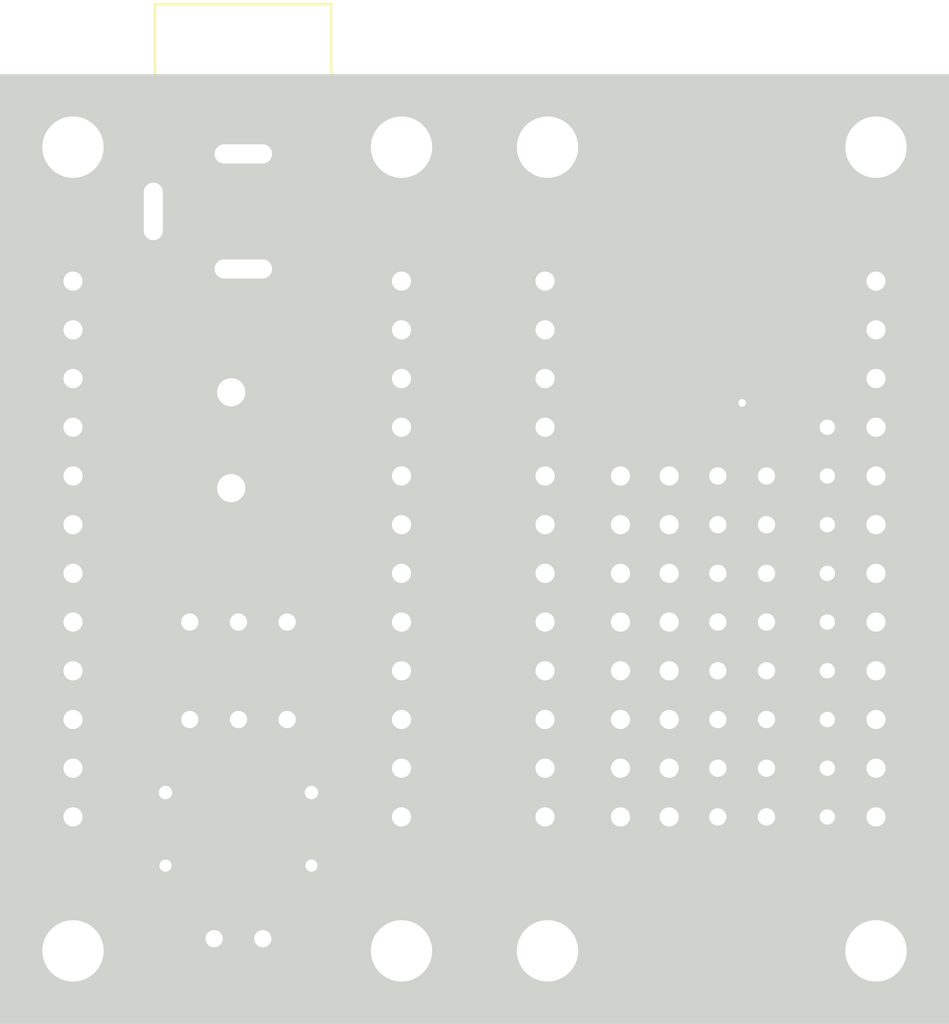
<source format=kicad_pcb>
(kicad_pcb (version 4) (host pcbnew 4.0.7+dfsg1-1~bpo9+1)

  (general
    (links 59)
    (no_connects 0)
    (area 0 0 0 0)
    (thickness 1.6)
    (drawings 7)
    (tracks 107)
    (zones 0)
    (modules 31)
    (nets 42)
  )

  (page A4)
  (layers
    (0 F.Cu signal)
    (31 B.Cu signal)
    (32 B.Adhes user)
    (33 F.Adhes user)
    (34 B.Paste user)
    (35 F.Paste user)
    (36 B.SilkS user hide)
    (37 F.SilkS user)
    (38 B.Mask user)
    (39 F.Mask user)
    (40 Dwgs.User user)
    (41 Cmts.User user)
    (42 Eco1.User user)
    (43 Eco2.User user)
    (44 Edge.Cuts user)
    (45 Margin user)
    (46 B.CrtYd user)
    (47 F.CrtYd user)
    (48 B.Fab user)
    (49 F.Fab user)
  )

  (setup
    (last_trace_width 0.25)
    (user_trace_width 0.5)
    (trace_clearance 0.2)
    (zone_clearance 0.508)
    (zone_45_only no)
    (trace_min 0.2)
    (segment_width 0.2)
    (edge_width 0.1)
    (via_size 0.6)
    (via_drill 0.4)
    (via_min_size 0.4)
    (via_min_drill 0.3)
    (uvia_size 0.3)
    (uvia_drill 0.1)
    (uvias_allowed no)
    (uvia_min_size 0.2)
    (uvia_min_drill 0.1)
    (pcb_text_width 0.3)
    (pcb_text_size 1.5 1.5)
    (mod_edge_width 0.15)
    (mod_text_size 1 1)
    (mod_text_width 0.15)
    (pad_size 1.5 1.5)
    (pad_drill 0.6)
    (pad_to_mask_clearance 0)
    (aux_axis_origin 0 0)
    (visible_elements FFFEFF7F)
    (pcbplotparams
      (layerselection 0x00030_80000001)
      (usegerberextensions false)
      (excludeedgelayer true)
      (linewidth 0.100000)
      (plotframeref false)
      (viasonmask false)
      (mode 1)
      (useauxorigin false)
      (hpglpennumber 1)
      (hpglpenspeed 20)
      (hpglpendiameter 15)
      (hpglpenoverlay 2)
      (psnegative false)
      (psa4output false)
      (plotreference true)
      (plotvalue true)
      (plotinvisibletext false)
      (padsonsilk false)
      (subtractmaskfromsilk false)
      (outputformat 1)
      (mirror false)
      (drillshape 1)
      (scaleselection 1)
      (outputdirectory ""))
  )

  (net 0 "")
  (net 1 /VIN)
  (net 2 /VCC)
  (net 3 /L0)
  (net 4 /L1)
  (net 5 /L2)
  (net 6 /L3)
  (net 7 /L4)
  (net 8 /L5)
  (net 9 /L6)
  (net 10 /L7)
  (net 11 "Net-(D2-Pad1)")
  (net 12 "Net-(D2-Pad2)")
  (net 13 "Net-(D3-Pad1)")
  (net 14 "Net-(D3-Pad2)")
  (net 15 "Net-(D4-Pad1)")
  (net 16 "Net-(D4-Pad2)")
  (net 17 "Net-(D5-Pad1)")
  (net 18 "Net-(D5-Pad2)")
  (net 19 "Net-(D6-Pad1)")
  (net 20 "Net-(D6-Pad2)")
  (net 21 "Net-(D7-Pad1)")
  (net 22 "Net-(D7-Pad2)")
  (net 23 "Net-(D8-Pad1)")
  (net 24 "Net-(D8-Pad2)")
  (net 25 "Net-(D9-Pad1)")
  (net 26 "Net-(D9-Pad2)")
  (net 27 /D0)
  (net 28 /D1)
  (net 29 /D2)
  (net 30 /D3)
  (net 31 /D4)
  (net 32 /D5)
  (net 33 /D6)
  (net 34 /D7)
  (net 35 /VIN2)
  (net 36 /VCC2)
  (net 37 /GND2)
  (net 38 "Net-(D10-Pad2)")
  (net 39 "Net-(J2-Pad2)")
  (net 40 /POWER)
  (net 41 /GND)

  (net_class Default "This is the default net class."
    (clearance 0.2)
    (trace_width 0.25)
    (via_dia 0.6)
    (via_drill 0.4)
    (uvia_dia 0.3)
    (uvia_drill 0.1)
    (add_net /D0)
    (add_net /D1)
    (add_net /D2)
    (add_net /D3)
    (add_net /D4)
    (add_net /D5)
    (add_net /D6)
    (add_net /D7)
    (add_net /GND)
    (add_net /GND2)
    (add_net /L0)
    (add_net /L1)
    (add_net /L2)
    (add_net /L3)
    (add_net /L4)
    (add_net /L5)
    (add_net /L6)
    (add_net /L7)
    (add_net /POWER)
    (add_net /VCC)
    (add_net /VCC2)
    (add_net /VIN)
    (add_net /VIN2)
    (add_net "Net-(D10-Pad2)")
    (add_net "Net-(D2-Pad1)")
    (add_net "Net-(D2-Pad2)")
    (add_net "Net-(D3-Pad1)")
    (add_net "Net-(D3-Pad2)")
    (add_net "Net-(D4-Pad1)")
    (add_net "Net-(D4-Pad2)")
    (add_net "Net-(D5-Pad1)")
    (add_net "Net-(D5-Pad2)")
    (add_net "Net-(D6-Pad1)")
    (add_net "Net-(D6-Pad2)")
    (add_net "Net-(D7-Pad1)")
    (add_net "Net-(D7-Pad2)")
    (add_net "Net-(D8-Pad1)")
    (add_net "Net-(D8-Pad2)")
    (add_net "Net-(D9-Pad1)")
    (add_net "Net-(D9-Pad2)")
    (add_net "Net-(J2-Pad2)")
  )

  (module Mounting_Holes:MountingHole_3.2mm_M3 (layer F.Cu) (tedit 5AC3E0E7) (tstamp 5ACA4CE3)
    (at 128.27 128.27)
    (descr "Mounting Hole 3.2mm, no annular, M3")
    (tags "mounting hole 3.2mm no annular m3")
    (fp_text reference "" (at 0 -4.2) (layer F.SilkS) hide
      (effects (font (size 1 1) (thickness 0.15)))
    )
    (fp_text value M3 (at 0 2.54) (layer F.Fab)
      (effects (font (size 1 1) (thickness 0.15)))
    )
    (fp_circle (center 0 0) (end 3.2 0) (layer Cmts.User) (width 0.15))
    (fp_circle (center 0 0) (end 3.45 0) (layer F.CrtYd) (width 0.05))
    (pad 1 np_thru_hole circle (at 0 0) (size 3.2 3.2) (drill 3.2) (layers *.Cu *.Mask))
  )

  (module Mounting_Holes:MountingHole_3.2mm_M3 (layer F.Cu) (tedit 5AC3E0E2) (tstamp 5AD3E089)
    (at 145.415 128.27)
    (descr "Mounting Hole 3.2mm, no annular, M3")
    (tags "mounting hole 3.2mm no annular m3")
    (fp_text reference "" (at 0 -4.2) (layer F.Fab)
      (effects (font (size 1 1) (thickness 0.15)))
    )
    (fp_text value M3 (at 0 2.54) (layer F.Fab)
      (effects (font (size 1 1) (thickness 0.15)))
    )
    (fp_circle (center 0 0) (end 3.2 0) (layer Cmts.User) (width 0.15))
    (fp_circle (center 0 0) (end 3.45 0) (layer F.CrtYd) (width 0.05))
    (pad 1 np_thru_hole circle (at 0 0) (size 3.2 3.2) (drill 3.2) (layers *.Cu *.Mask))
  )

  (module Mounting_Holes:MountingHole_3.2mm_M3 (layer F.Cu) (tedit 5AC3F278) (tstamp 5ACA4CBC)
    (at 128.27 86.36)
    (descr "Mounting Hole 3.2mm, no annular, M3")
    (tags "mounting hole 3.2mm no annular m3")
    (fp_text reference M3 (at 0 2.54) (layer F.Fab)
      (effects (font (size 1 1) (thickness 0.15)))
    )
    (fp_text value "" (at 0 4.2) (layer F.Fab) hide
      (effects (font (size 1 1) (thickness 0.15)))
    )
    (fp_circle (center 0 0) (end 3.2 0) (layer Cmts.User) (width 0.15))
    (fp_circle (center 0 0) (end 3.45 0) (layer F.CrtYd) (width 0.05))
    (pad 1 np_thru_hole circle (at 0 0) (size 3.2 3.2) (drill 3.2) (layers *.Cu *.Mask))
  )

  (module Mounting_Holes:MountingHole_3.2mm_M3 (layer F.Cu) (tedit 5AC3F27C) (tstamp 5ACA4CC9)
    (at 170.18 86.36)
    (descr "Mounting Hole 3.2mm, no annular, M3")
    (tags "mounting hole 3.2mm no annular m3")
    (fp_text reference M3 (at 0 2.54) (layer F.Fab)
      (effects (font (size 1 1) (thickness 0.15)))
    )
    (fp_text value "" (at 0 4.2) (layer F.Fab) hide
      (effects (font (size 1 1) (thickness 0.15)))
    )
    (fp_circle (center 0 0) (end 3.2 0) (layer Cmts.User) (width 0.15))
    (fp_circle (center 0 0) (end 3.45 0) (layer F.CrtYd) (width 0.05))
    (pad 1 np_thru_hole circle (at 0 0) (size 3.2 3.2) (drill 3.2) (layers *.Cu *.Mask))
  )

  (module Mounting_Holes:MountingHole_3.2mm_M3 (layer F.Cu) (tedit 5AC3E0EB) (tstamp 5ACA4CD6)
    (at 170.18 128.27)
    (descr "Mounting Hole 3.2mm, no annular, M3")
    (tags "mounting hole 3.2mm no annular m3")
    (fp_text reference "" (at 0 -4.2) (layer F.SilkS) hide
      (effects (font (size 1 1) (thickness 0.15)))
    )
    (fp_text value M3 (at 0 2.54) (layer F.Fab)
      (effects (font (size 1 1) (thickness 0.15)))
    )
    (fp_circle (center 0 0) (end 3.2 0) (layer Cmts.User) (width 0.15))
    (fp_circle (center 0 0) (end 3.45 0) (layer F.CrtYd) (width 0.05))
    (pad 1 np_thru_hole circle (at 0 0) (size 3.2 3.2) (drill 3.2) (layers *.Cu *.Mask))
  )

  (module Pin_Headers:Pin_Header_Straight_1x12_Pitch2.54mm (layer F.Cu) (tedit 59650532) (tstamp 5AC3D654)
    (at 128.27 93.345)
    (descr "Through hole straight pin header, 1x12, 2.54mm pitch, single row")
    (tags "Through hole pin header THT 1x12 2.54mm single row")
    (path /5AC3D559)
    (fp_text reference I1 (at 0 -2.33) (layer F.SilkS)
      (effects (font (size 1 1) (thickness 0.15)))
    )
    (fp_text value Input (at 0 30.27) (layer F.Fab)
      (effects (font (size 1 1) (thickness 0.15)))
    )
    (fp_line (start -0.635 -1.27) (end 1.27 -1.27) (layer F.Fab) (width 0.1))
    (fp_line (start 1.27 -1.27) (end 1.27 29.21) (layer F.Fab) (width 0.1))
    (fp_line (start 1.27 29.21) (end -1.27 29.21) (layer F.Fab) (width 0.1))
    (fp_line (start -1.27 29.21) (end -1.27 -0.635) (layer F.Fab) (width 0.1))
    (fp_line (start -1.27 -0.635) (end -0.635 -1.27) (layer F.Fab) (width 0.1))
    (fp_line (start -1.33 29.27) (end 1.33 29.27) (layer F.SilkS) (width 0.12))
    (fp_line (start -1.33 1.27) (end -1.33 29.27) (layer F.SilkS) (width 0.12))
    (fp_line (start 1.33 1.27) (end 1.33 29.27) (layer F.SilkS) (width 0.12))
    (fp_line (start -1.33 1.27) (end 1.33 1.27) (layer F.SilkS) (width 0.12))
    (fp_line (start -1.33 0) (end -1.33 -1.33) (layer F.SilkS) (width 0.12))
    (fp_line (start -1.33 -1.33) (end 0 -1.33) (layer F.SilkS) (width 0.12))
    (fp_line (start -1.8 -1.8) (end -1.8 29.75) (layer F.CrtYd) (width 0.05))
    (fp_line (start -1.8 29.75) (end 1.8 29.75) (layer F.CrtYd) (width 0.05))
    (fp_line (start 1.8 29.75) (end 1.8 -1.8) (layer F.CrtYd) (width 0.05))
    (fp_line (start 1.8 -1.8) (end -1.8 -1.8) (layer F.CrtYd) (width 0.05))
    (fp_text user %R (at 0 13.97 90) (layer F.Fab)
      (effects (font (size 1 1) (thickness 0.15)))
    )
    (pad 1 thru_hole rect (at 0 0) (size 1.7 1.7) (drill 1) (layers *.Cu *.Mask)
      (net 1 /VIN))
    (pad 2 thru_hole oval (at 0 2.54) (size 1.7 1.7) (drill 1) (layers *.Cu *.Mask)
      (net 2 /VCC))
    (pad 3 thru_hole oval (at 0 5.08) (size 1.7 1.7) (drill 1) (layers *.Cu *.Mask)
      (net 41 /GND))
    (pad 4 thru_hole oval (at 0 7.62) (size 1.7 1.7) (drill 1) (layers *.Cu *.Mask))
    (pad 5 thru_hole oval (at 0 10.16) (size 1.7 1.7) (drill 1) (layers *.Cu *.Mask)
      (net 3 /L0))
    (pad 6 thru_hole oval (at 0 12.7) (size 1.7 1.7) (drill 1) (layers *.Cu *.Mask)
      (net 4 /L1))
    (pad 7 thru_hole oval (at 0 15.24) (size 1.7 1.7) (drill 1) (layers *.Cu *.Mask)
      (net 5 /L2))
    (pad 8 thru_hole oval (at 0 17.78) (size 1.7 1.7) (drill 1) (layers *.Cu *.Mask)
      (net 6 /L3))
    (pad 9 thru_hole oval (at 0 20.32) (size 1.7 1.7) (drill 1) (layers *.Cu *.Mask)
      (net 7 /L4))
    (pad 10 thru_hole oval (at 0 22.86) (size 1.7 1.7) (drill 1) (layers *.Cu *.Mask)
      (net 8 /L5))
    (pad 11 thru_hole oval (at 0 25.4) (size 1.7 1.7) (drill 1) (layers *.Cu *.Mask)
      (net 9 /L6))
    (pad 12 thru_hole oval (at 0 27.94) (size 1.7 1.7) (drill 1) (layers *.Cu *.Mask)
      (net 10 /L7))
    (model ${KISYS3DMOD}/Pin_Headers.3dshapes/Pin_Header_Straight_1x12_Pitch2.54mm.wrl
      (at (xyz 0 0 0))
      (scale (xyz 1 1 1))
      (rotate (xyz 0 0 0))
    )
  )

  (module Socket_Strips:Socket_Strip_Straight_1x12_Pitch2.54mm (layer F.Cu) (tedit 58CD5446) (tstamp 5AC3D673)
    (at 145.415 93.345)
    (descr "Through hole straight socket strip, 1x12, 2.54mm pitch, single row")
    (tags "Through hole socket strip THT 1x12 2.54mm single row")
    (path /5AC3D61D)
    (fp_text reference O1 (at 0 -2.33) (layer F.SilkS)
      (effects (font (size 1 1) (thickness 0.15)))
    )
    (fp_text value Output (at 0 30.27) (layer F.Fab)
      (effects (font (size 1 1) (thickness 0.15)))
    )
    (fp_line (start -1.27 -1.27) (end -1.27 29.21) (layer F.Fab) (width 0.1))
    (fp_line (start -1.27 29.21) (end 1.27 29.21) (layer F.Fab) (width 0.1))
    (fp_line (start 1.27 29.21) (end 1.27 -1.27) (layer F.Fab) (width 0.1))
    (fp_line (start 1.27 -1.27) (end -1.27 -1.27) (layer F.Fab) (width 0.1))
    (fp_line (start -1.33 1.27) (end -1.33 29.27) (layer F.SilkS) (width 0.12))
    (fp_line (start -1.33 29.27) (end 1.33 29.27) (layer F.SilkS) (width 0.12))
    (fp_line (start 1.33 29.27) (end 1.33 1.27) (layer F.SilkS) (width 0.12))
    (fp_line (start 1.33 1.27) (end -1.33 1.27) (layer F.SilkS) (width 0.12))
    (fp_line (start -1.33 0) (end -1.33 -1.33) (layer F.SilkS) (width 0.12))
    (fp_line (start -1.33 -1.33) (end 0 -1.33) (layer F.SilkS) (width 0.12))
    (fp_line (start -1.8 -1.8) (end -1.8 29.75) (layer F.CrtYd) (width 0.05))
    (fp_line (start -1.8 29.75) (end 1.8 29.75) (layer F.CrtYd) (width 0.05))
    (fp_line (start 1.8 29.75) (end 1.8 -1.8) (layer F.CrtYd) (width 0.05))
    (fp_line (start 1.8 -1.8) (end -1.8 -1.8) (layer F.CrtYd) (width 0.05))
    (fp_text user %R (at 0 -2.33) (layer F.Fab)
      (effects (font (size 1 1) (thickness 0.15)))
    )
    (pad 1 thru_hole rect (at 0 0) (size 1.7 1.7) (drill 1) (layers *.Cu *.Mask)
      (net 1 /VIN))
    (pad 2 thru_hole oval (at 0 2.54) (size 1.7 1.7) (drill 1) (layers *.Cu *.Mask)
      (net 2 /VCC))
    (pad 3 thru_hole oval (at 0 5.08) (size 1.7 1.7) (drill 1) (layers *.Cu *.Mask)
      (net 41 /GND))
    (pad 4 thru_hole oval (at 0 7.62) (size 1.7 1.7) (drill 1) (layers *.Cu *.Mask))
    (pad 5 thru_hole oval (at 0 10.16) (size 1.7 1.7) (drill 1) (layers *.Cu *.Mask)
      (net 3 /L0))
    (pad 6 thru_hole oval (at 0 12.7) (size 1.7 1.7) (drill 1) (layers *.Cu *.Mask)
      (net 4 /L1))
    (pad 7 thru_hole oval (at 0 15.24) (size 1.7 1.7) (drill 1) (layers *.Cu *.Mask)
      (net 5 /L2))
    (pad 8 thru_hole oval (at 0 17.78) (size 1.7 1.7) (drill 1) (layers *.Cu *.Mask)
      (net 6 /L3))
    (pad 9 thru_hole oval (at 0 20.32) (size 1.7 1.7) (drill 1) (layers *.Cu *.Mask)
      (net 7 /L4))
    (pad 10 thru_hole oval (at 0 22.86) (size 1.7 1.7) (drill 1) (layers *.Cu *.Mask)
      (net 8 /L5))
    (pad 11 thru_hole oval (at 0 25.4) (size 1.7 1.7) (drill 1) (layers *.Cu *.Mask)
      (net 9 /L6))
    (pad 12 thru_hole oval (at 0 27.94) (size 1.7 1.7) (drill 1) (layers *.Cu *.Mask)
      (net 10 /L7))
    (model ${KISYS3DMOD}/Socket_Strips.3dshapes/Socket_Strip_Straight_1x12_Pitch2.54mm.wrl
      (at (xyz 0 -0.55 0))
      (scale (xyz 1 1 1))
      (rotate (xyz 0 0 270))
    )
  )

  (module Connectors:BARREL_JACK (layer F.Cu) (tedit 5AC3E070) (tstamp 5AC3DF15)
    (at 137.16 92.71 270)
    (descr "DC Barrel Jack")
    (tags "Power Jack")
    (path /5AC3E006)
    (fp_text reference J1 (at -8.45 5.75 450) (layer F.SilkS)
      (effects (font (size 1 1) (thickness 0.15)))
    )
    (fp_text value Jack (at -6.2 -5.5 270) (layer F.Fab)
      (effects (font (size 1 1) (thickness 0.15)))
    )
    (fp_line (start 1 -4.5) (end 1 -4.75) (layer F.CrtYd) (width 0.05))
    (fp_line (start 1 -4.75) (end -14 -4.75) (layer F.CrtYd) (width 0.05))
    (fp_line (start 1 -4.5) (end 1 -2) (layer F.CrtYd) (width 0.05))
    (fp_line (start 1 -2) (end 2 -2) (layer F.CrtYd) (width 0.05))
    (fp_line (start 2 -2) (end 2 2) (layer F.CrtYd) (width 0.05))
    (fp_line (start 2 2) (end 1 2) (layer F.CrtYd) (width 0.05))
    (fp_line (start 1 2) (end 1 4.75) (layer F.CrtYd) (width 0.05))
    (fp_line (start 1 4.75) (end -1 4.75) (layer F.CrtYd) (width 0.05))
    (fp_line (start -1 4.75) (end -1 6.75) (layer F.CrtYd) (width 0.05))
    (fp_line (start -1 6.75) (end -5 6.75) (layer F.CrtYd) (width 0.05))
    (fp_line (start -5 6.75) (end -5 4.75) (layer F.CrtYd) (width 0.05))
    (fp_line (start -5 4.75) (end -14 4.75) (layer F.CrtYd) (width 0.05))
    (fp_line (start -14 4.75) (end -14 -4.75) (layer F.CrtYd) (width 0.05))
    (fp_line (start -5 4.6) (end -13.8 4.6) (layer F.SilkS) (width 0.12))
    (fp_line (start -13.8 4.6) (end -13.8 -4.6) (layer F.SilkS) (width 0.12))
    (fp_line (start 0.9 1.9) (end 0.9 4.6) (layer F.SilkS) (width 0.12))
    (fp_line (start 0.9 4.6) (end -1 4.6) (layer F.SilkS) (width 0.12))
    (fp_line (start -13.8 -4.6) (end 0.9 -4.6) (layer F.SilkS) (width 0.12))
    (fp_line (start 0.9 -4.6) (end 0.9 -2) (layer F.SilkS) (width 0.12))
    (fp_line (start -10.2 -4.5) (end -10.2 4.5) (layer F.Fab) (width 0.1))
    (fp_line (start -13.7 -4.5) (end -13.7 4.5) (layer F.Fab) (width 0.1))
    (fp_line (start -13.7 4.5) (end 0.8 4.5) (layer F.Fab) (width 0.1))
    (fp_line (start 0.8 4.5) (end 0.8 -4.5) (layer F.Fab) (width 0.1))
    (fp_line (start 0.8 -4.5) (end -13.7 -4.5) (layer F.Fab) (width 0.1))
    (pad 1 thru_hole rect (at 0 0 270) (size 3.5 3.5) (drill oval 1 3) (layers *.Cu *.Mask)
      (net 40 /POWER))
    (pad 2 thru_hole rect (at -6 0 270) (size 3.5 3.5) (drill oval 1 3) (layers *.Cu *.Mask)
      (net 41 /GND))
    (pad 3 thru_hole rect (at -3 4.7 270) (size 3.5 3.5) (drill oval 3 1) (layers *.Cu *.Mask))
  )

  (module Mounting_Holes:MountingHole_3.2mm_M3 (layer F.Cu) (tedit 5AC3E03B) (tstamp 5AD3DFF5)
    (at 145.415 86.36)
    (descr "Mounting Hole 3.2mm, no annular, M3")
    (tags "mounting hole 3.2mm no annular m3")
    (fp_text reference "" (at 0 -4.2) (layer F.Fab)
      (effects (font (size 1 1) (thickness 0.15)))
    )
    (fp_text value M3 (at 0 2.54) (layer F.Fab)
      (effects (font (size 1 1) (thickness 0.15)))
    )
    (fp_circle (center 0 0) (end 3.2 0) (layer Cmts.User) (width 0.15))
    (fp_circle (center 0 0) (end 3.45 0) (layer F.CrtYd) (width 0.05))
    (pad 1 np_thru_hole circle (at 0 0) (size 3.2 3.2) (drill 3.2) (layers *.Cu *.Mask))
  )

  (module Mounting_Holes:MountingHole_3.2mm_M3 (layer F.Cu) (tedit 5AC3E0FE) (tstamp 5AD3E07C)
    (at 153.035 86.36)
    (descr "Mounting Hole 3.2mm, no annular, M3")
    (tags "mounting hole 3.2mm no annular m3")
    (fp_text reference "" (at 0 -4.2) (layer F.Fab)
      (effects (font (size 1 1) (thickness 0.15)))
    )
    (fp_text value M3 (at 0 2.54) (layer F.Fab)
      (effects (font (size 1 1) (thickness 0.15)))
    )
    (fp_circle (center 0 0) (end 3.2 0) (layer Cmts.User) (width 0.15))
    (fp_circle (center 0 0) (end 3.45 0) (layer F.CrtYd) (width 0.05))
    (pad 1 np_thru_hole circle (at 0 0) (size 3.2 3.2) (drill 3.2) (layers *.Cu *.Mask))
  )

  (module Mounting_Holes:MountingHole_3.2mm_M3 (layer F.Cu) (tedit 5AC3E0E0) (tstamp 5AD3E096)
    (at 153.035 128.27)
    (descr "Mounting Hole 3.2mm, no annular, M3")
    (tags "mounting hole 3.2mm no annular m3")
    (fp_text reference "" (at 0 -4.2) (layer F.Fab)
      (effects (font (size 1 1) (thickness 0.15)))
    )
    (fp_text value M3 (at 0 2.54) (layer F.Fab)
      (effects (font (size 1 1) (thickness 0.15)))
    )
    (fp_circle (center 0 0) (end 3.2 0) (layer Cmts.User) (width 0.15))
    (fp_circle (center 0 0) (end 3.45 0) (layer F.CrtYd) (width 0.05))
    (pad 1 np_thru_hole circle (at 0 0) (size 3.2 3.2) (drill 3.2) (layers *.Cu *.Mask))
  )

  (module LEDs:LED_Rectangular_W3.0mm_H2.0mm (layer F.Cu) (tedit 587A3A7B) (tstamp 5AD3E38C)
    (at 164.465 103.505 180)
    (descr "LED_Rectangular, Rectangular,  Rectangular size 3.0x2.0mm^2, 2 pins, http://www.kingbright.com/attachments/file/psearch/000/00/00/L-169XCGDK(Ver.9B).pdf")
    (tags "LED_Rectangular Rectangular  Rectangular size 3.0x2.0mm^2 2 pins")
    (path /5AC3E315)
    (fp_text reference D2 (at 1.27 -2.06 180) (layer F.SilkS)
      (effects (font (size 1 1) (thickness 0.15)))
    )
    (fp_text value LED (at 1.27 2.06 180) (layer F.Fab)
      (effects (font (size 1 1) (thickness 0.15)))
    )
    (fp_line (start -0.23 -1) (end -0.23 1) (layer F.Fab) (width 0.1))
    (fp_line (start -0.23 1) (end 2.77 1) (layer F.Fab) (width 0.1))
    (fp_line (start 2.77 1) (end 2.77 -1) (layer F.Fab) (width 0.1))
    (fp_line (start 2.77 -1) (end -0.23 -1) (layer F.Fab) (width 0.1))
    (fp_line (start 1.08 -1.06) (end 1.811 -1.06) (layer F.SilkS) (width 0.12))
    (fp_line (start 1.08 1.06) (end 1.811 1.06) (layer F.SilkS) (width 0.12))
    (fp_line (start -1.15 -1.35) (end -1.15 1.35) (layer F.CrtYd) (width 0.05))
    (fp_line (start -1.15 1.35) (end 3.7 1.35) (layer F.CrtYd) (width 0.05))
    (fp_line (start 3.7 1.35) (end 3.7 -1.35) (layer F.CrtYd) (width 0.05))
    (fp_line (start 3.7 -1.35) (end -1.15 -1.35) (layer F.CrtYd) (width 0.05))
    (pad 1 thru_hole rect (at 0 0 180) (size 1.8 1.8) (drill 0.9) (layers *.Cu *.Mask)
      (net 11 "Net-(D2-Pad1)"))
    (pad 2 thru_hole circle (at 2.54 0 180) (size 1.8 1.8) (drill 0.9) (layers *.Cu *.Mask)
      (net 12 "Net-(D2-Pad2)"))
    (model ${KISYS3DMOD}/LEDs.3dshapes/LED_Rectangular_W3.0mm_H2.0mm.wrl
      (at (xyz 0 0 0))
      (scale (xyz 0.393701 0.393701 0.393701))
      (rotate (xyz 0 0 0))
    )
  )

  (module LEDs:LED_Rectangular_W3.0mm_H2.0mm (layer F.Cu) (tedit 587A3A7B) (tstamp 5AD3E39C)
    (at 164.465 106.045 180)
    (descr "LED_Rectangular, Rectangular,  Rectangular size 3.0x2.0mm^2, 2 pins, http://www.kingbright.com/attachments/file/psearch/000/00/00/L-169XCGDK(Ver.9B).pdf")
    (tags "LED_Rectangular Rectangular  Rectangular size 3.0x2.0mm^2 2 pins")
    (path /5AC3E45D)
    (fp_text reference D3 (at 1.27 -2.06 180) (layer F.SilkS)
      (effects (font (size 1 1) (thickness 0.15)))
    )
    (fp_text value LED (at 1.27 2.06 180) (layer F.Fab)
      (effects (font (size 1 1) (thickness 0.15)))
    )
    (fp_line (start -0.23 -1) (end -0.23 1) (layer F.Fab) (width 0.1))
    (fp_line (start -0.23 1) (end 2.77 1) (layer F.Fab) (width 0.1))
    (fp_line (start 2.77 1) (end 2.77 -1) (layer F.Fab) (width 0.1))
    (fp_line (start 2.77 -1) (end -0.23 -1) (layer F.Fab) (width 0.1))
    (fp_line (start 1.08 -1.06) (end 1.811 -1.06) (layer F.SilkS) (width 0.12))
    (fp_line (start 1.08 1.06) (end 1.811 1.06) (layer F.SilkS) (width 0.12))
    (fp_line (start -1.15 -1.35) (end -1.15 1.35) (layer F.CrtYd) (width 0.05))
    (fp_line (start -1.15 1.35) (end 3.7 1.35) (layer F.CrtYd) (width 0.05))
    (fp_line (start 3.7 1.35) (end 3.7 -1.35) (layer F.CrtYd) (width 0.05))
    (fp_line (start 3.7 -1.35) (end -1.15 -1.35) (layer F.CrtYd) (width 0.05))
    (pad 1 thru_hole rect (at 0 0 180) (size 1.8 1.8) (drill 0.9) (layers *.Cu *.Mask)
      (net 13 "Net-(D3-Pad1)"))
    (pad 2 thru_hole circle (at 2.54 0 180) (size 1.8 1.8) (drill 0.9) (layers *.Cu *.Mask)
      (net 14 "Net-(D3-Pad2)"))
    (model ${KISYS3DMOD}/LEDs.3dshapes/LED_Rectangular_W3.0mm_H2.0mm.wrl
      (at (xyz 0 0 0))
      (scale (xyz 0.393701 0.393701 0.393701))
      (rotate (xyz 0 0 0))
    )
  )

  (module LEDs:LED_Rectangular_W3.0mm_H2.0mm (layer F.Cu) (tedit 587A3A7B) (tstamp 5AD3E3AC)
    (at 164.465 108.585 180)
    (descr "LED_Rectangular, Rectangular,  Rectangular size 3.0x2.0mm^2, 2 pins, http://www.kingbright.com/attachments/file/psearch/000/00/00/L-169XCGDK(Ver.9B).pdf")
    (tags "LED_Rectangular Rectangular  Rectangular size 3.0x2.0mm^2 2 pins")
    (path /5AC3E48C)
    (fp_text reference D4 (at 1.27 -2.06 180) (layer F.SilkS)
      (effects (font (size 1 1) (thickness 0.15)))
    )
    (fp_text value LED (at 1.27 2.06 180) (layer F.Fab)
      (effects (font (size 1 1) (thickness 0.15)))
    )
    (fp_line (start -0.23 -1) (end -0.23 1) (layer F.Fab) (width 0.1))
    (fp_line (start -0.23 1) (end 2.77 1) (layer F.Fab) (width 0.1))
    (fp_line (start 2.77 1) (end 2.77 -1) (layer F.Fab) (width 0.1))
    (fp_line (start 2.77 -1) (end -0.23 -1) (layer F.Fab) (width 0.1))
    (fp_line (start 1.08 -1.06) (end 1.811 -1.06) (layer F.SilkS) (width 0.12))
    (fp_line (start 1.08 1.06) (end 1.811 1.06) (layer F.SilkS) (width 0.12))
    (fp_line (start -1.15 -1.35) (end -1.15 1.35) (layer F.CrtYd) (width 0.05))
    (fp_line (start -1.15 1.35) (end 3.7 1.35) (layer F.CrtYd) (width 0.05))
    (fp_line (start 3.7 1.35) (end 3.7 -1.35) (layer F.CrtYd) (width 0.05))
    (fp_line (start 3.7 -1.35) (end -1.15 -1.35) (layer F.CrtYd) (width 0.05))
    (pad 1 thru_hole rect (at 0 0 180) (size 1.8 1.8) (drill 0.9) (layers *.Cu *.Mask)
      (net 15 "Net-(D4-Pad1)"))
    (pad 2 thru_hole circle (at 2.54 0 180) (size 1.8 1.8) (drill 0.9) (layers *.Cu *.Mask)
      (net 16 "Net-(D4-Pad2)"))
    (model ${KISYS3DMOD}/LEDs.3dshapes/LED_Rectangular_W3.0mm_H2.0mm.wrl
      (at (xyz 0 0 0))
      (scale (xyz 0.393701 0.393701 0.393701))
      (rotate (xyz 0 0 0))
    )
  )

  (module LEDs:LED_Rectangular_W3.0mm_H2.0mm (layer F.Cu) (tedit 587A3A7B) (tstamp 5AD3E3BC)
    (at 164.465 111.125 180)
    (descr "LED_Rectangular, Rectangular,  Rectangular size 3.0x2.0mm^2, 2 pins, http://www.kingbright.com/attachments/file/psearch/000/00/00/L-169XCGDK(Ver.9B).pdf")
    (tags "LED_Rectangular Rectangular  Rectangular size 3.0x2.0mm^2 2 pins")
    (path /5AC3E4BD)
    (fp_text reference D5 (at 1.27 -2.06 180) (layer F.SilkS)
      (effects (font (size 1 1) (thickness 0.15)))
    )
    (fp_text value LED (at 1.27 2.06 180) (layer F.Fab)
      (effects (font (size 1 1) (thickness 0.15)))
    )
    (fp_line (start -0.23 -1) (end -0.23 1) (layer F.Fab) (width 0.1))
    (fp_line (start -0.23 1) (end 2.77 1) (layer F.Fab) (width 0.1))
    (fp_line (start 2.77 1) (end 2.77 -1) (layer F.Fab) (width 0.1))
    (fp_line (start 2.77 -1) (end -0.23 -1) (layer F.Fab) (width 0.1))
    (fp_line (start 1.08 -1.06) (end 1.811 -1.06) (layer F.SilkS) (width 0.12))
    (fp_line (start 1.08 1.06) (end 1.811 1.06) (layer F.SilkS) (width 0.12))
    (fp_line (start -1.15 -1.35) (end -1.15 1.35) (layer F.CrtYd) (width 0.05))
    (fp_line (start -1.15 1.35) (end 3.7 1.35) (layer F.CrtYd) (width 0.05))
    (fp_line (start 3.7 1.35) (end 3.7 -1.35) (layer F.CrtYd) (width 0.05))
    (fp_line (start 3.7 -1.35) (end -1.15 -1.35) (layer F.CrtYd) (width 0.05))
    (pad 1 thru_hole rect (at 0 0 180) (size 1.8 1.8) (drill 0.9) (layers *.Cu *.Mask)
      (net 17 "Net-(D5-Pad1)"))
    (pad 2 thru_hole circle (at 2.54 0 180) (size 1.8 1.8) (drill 0.9) (layers *.Cu *.Mask)
      (net 18 "Net-(D5-Pad2)"))
    (model ${KISYS3DMOD}/LEDs.3dshapes/LED_Rectangular_W3.0mm_H2.0mm.wrl
      (at (xyz 0 0 0))
      (scale (xyz 0.393701 0.393701 0.393701))
      (rotate (xyz 0 0 0))
    )
  )

  (module LEDs:LED_Rectangular_W3.0mm_H2.0mm (layer F.Cu) (tedit 587A3A7B) (tstamp 5AD3E3CC)
    (at 164.465 113.665 180)
    (descr "LED_Rectangular, Rectangular,  Rectangular size 3.0x2.0mm^2, 2 pins, http://www.kingbright.com/attachments/file/psearch/000/00/00/L-169XCGDK(Ver.9B).pdf")
    (tags "LED_Rectangular Rectangular  Rectangular size 3.0x2.0mm^2 2 pins")
    (path /5AC3E4F6)
    (fp_text reference D6 (at 1.27 -2.06 180) (layer F.SilkS)
      (effects (font (size 1 1) (thickness 0.15)))
    )
    (fp_text value LED (at 1.27 2.06 180) (layer F.Fab)
      (effects (font (size 1 1) (thickness 0.15)))
    )
    (fp_line (start -0.23 -1) (end -0.23 1) (layer F.Fab) (width 0.1))
    (fp_line (start -0.23 1) (end 2.77 1) (layer F.Fab) (width 0.1))
    (fp_line (start 2.77 1) (end 2.77 -1) (layer F.Fab) (width 0.1))
    (fp_line (start 2.77 -1) (end -0.23 -1) (layer F.Fab) (width 0.1))
    (fp_line (start 1.08 -1.06) (end 1.811 -1.06) (layer F.SilkS) (width 0.12))
    (fp_line (start 1.08 1.06) (end 1.811 1.06) (layer F.SilkS) (width 0.12))
    (fp_line (start -1.15 -1.35) (end -1.15 1.35) (layer F.CrtYd) (width 0.05))
    (fp_line (start -1.15 1.35) (end 3.7 1.35) (layer F.CrtYd) (width 0.05))
    (fp_line (start 3.7 1.35) (end 3.7 -1.35) (layer F.CrtYd) (width 0.05))
    (fp_line (start 3.7 -1.35) (end -1.15 -1.35) (layer F.CrtYd) (width 0.05))
    (pad 1 thru_hole rect (at 0 0 180) (size 1.8 1.8) (drill 0.9) (layers *.Cu *.Mask)
      (net 19 "Net-(D6-Pad1)"))
    (pad 2 thru_hole circle (at 2.54 0 180) (size 1.8 1.8) (drill 0.9) (layers *.Cu *.Mask)
      (net 20 "Net-(D6-Pad2)"))
    (model ${KISYS3DMOD}/LEDs.3dshapes/LED_Rectangular_W3.0mm_H2.0mm.wrl
      (at (xyz 0 0 0))
      (scale (xyz 0.393701 0.393701 0.393701))
      (rotate (xyz 0 0 0))
    )
  )

  (module LEDs:LED_Rectangular_W3.0mm_H2.0mm (layer F.Cu) (tedit 587A3A7B) (tstamp 5AD3E3DC)
    (at 164.465 116.205 180)
    (descr "LED_Rectangular, Rectangular,  Rectangular size 3.0x2.0mm^2, 2 pins, http://www.kingbright.com/attachments/file/psearch/000/00/00/L-169XCGDK(Ver.9B).pdf")
    (tags "LED_Rectangular Rectangular  Rectangular size 3.0x2.0mm^2 2 pins")
    (path /5AC3E531)
    (fp_text reference D7 (at 1.27 -2.06 180) (layer F.SilkS)
      (effects (font (size 1 1) (thickness 0.15)))
    )
    (fp_text value LED (at 1.27 2.06 180) (layer F.Fab)
      (effects (font (size 1 1) (thickness 0.15)))
    )
    (fp_line (start -0.23 -1) (end -0.23 1) (layer F.Fab) (width 0.1))
    (fp_line (start -0.23 1) (end 2.77 1) (layer F.Fab) (width 0.1))
    (fp_line (start 2.77 1) (end 2.77 -1) (layer F.Fab) (width 0.1))
    (fp_line (start 2.77 -1) (end -0.23 -1) (layer F.Fab) (width 0.1))
    (fp_line (start 1.08 -1.06) (end 1.811 -1.06) (layer F.SilkS) (width 0.12))
    (fp_line (start 1.08 1.06) (end 1.811 1.06) (layer F.SilkS) (width 0.12))
    (fp_line (start -1.15 -1.35) (end -1.15 1.35) (layer F.CrtYd) (width 0.05))
    (fp_line (start -1.15 1.35) (end 3.7 1.35) (layer F.CrtYd) (width 0.05))
    (fp_line (start 3.7 1.35) (end 3.7 -1.35) (layer F.CrtYd) (width 0.05))
    (fp_line (start 3.7 -1.35) (end -1.15 -1.35) (layer F.CrtYd) (width 0.05))
    (pad 1 thru_hole rect (at 0 0 180) (size 1.8 1.8) (drill 0.9) (layers *.Cu *.Mask)
      (net 21 "Net-(D7-Pad1)"))
    (pad 2 thru_hole circle (at 2.54 0 180) (size 1.8 1.8) (drill 0.9) (layers *.Cu *.Mask)
      (net 22 "Net-(D7-Pad2)"))
    (model ${KISYS3DMOD}/LEDs.3dshapes/LED_Rectangular_W3.0mm_H2.0mm.wrl
      (at (xyz 0 0 0))
      (scale (xyz 0.393701 0.393701 0.393701))
      (rotate (xyz 0 0 0))
    )
  )

  (module LEDs:LED_Rectangular_W3.0mm_H2.0mm (layer F.Cu) (tedit 587A3A7B) (tstamp 5AD3E3EC)
    (at 164.465 118.745 180)
    (descr "LED_Rectangular, Rectangular,  Rectangular size 3.0x2.0mm^2, 2 pins, http://www.kingbright.com/attachments/file/psearch/000/00/00/L-169XCGDK(Ver.9B).pdf")
    (tags "LED_Rectangular Rectangular  Rectangular size 3.0x2.0mm^2 2 pins")
    (path /5AC3E56E)
    (fp_text reference D8 (at 1.27 -2.06 180) (layer F.SilkS)
      (effects (font (size 1 1) (thickness 0.15)))
    )
    (fp_text value LED (at 1.27 2.06 180) (layer F.Fab)
      (effects (font (size 1 1) (thickness 0.15)))
    )
    (fp_line (start -0.23 -1) (end -0.23 1) (layer F.Fab) (width 0.1))
    (fp_line (start -0.23 1) (end 2.77 1) (layer F.Fab) (width 0.1))
    (fp_line (start 2.77 1) (end 2.77 -1) (layer F.Fab) (width 0.1))
    (fp_line (start 2.77 -1) (end -0.23 -1) (layer F.Fab) (width 0.1))
    (fp_line (start 1.08 -1.06) (end 1.811 -1.06) (layer F.SilkS) (width 0.12))
    (fp_line (start 1.08 1.06) (end 1.811 1.06) (layer F.SilkS) (width 0.12))
    (fp_line (start -1.15 -1.35) (end -1.15 1.35) (layer F.CrtYd) (width 0.05))
    (fp_line (start -1.15 1.35) (end 3.7 1.35) (layer F.CrtYd) (width 0.05))
    (fp_line (start 3.7 1.35) (end 3.7 -1.35) (layer F.CrtYd) (width 0.05))
    (fp_line (start 3.7 -1.35) (end -1.15 -1.35) (layer F.CrtYd) (width 0.05))
    (pad 1 thru_hole rect (at 0 0 180) (size 1.8 1.8) (drill 0.9) (layers *.Cu *.Mask)
      (net 23 "Net-(D8-Pad1)"))
    (pad 2 thru_hole circle (at 2.54 0 180) (size 1.8 1.8) (drill 0.9) (layers *.Cu *.Mask)
      (net 24 "Net-(D8-Pad2)"))
    (model ${KISYS3DMOD}/LEDs.3dshapes/LED_Rectangular_W3.0mm_H2.0mm.wrl
      (at (xyz 0 0 0))
      (scale (xyz 0.393701 0.393701 0.393701))
      (rotate (xyz 0 0 0))
    )
  )

  (module LEDs:LED_Rectangular_W3.0mm_H2.0mm (layer F.Cu) (tedit 587A3A7B) (tstamp 5AD3E3FC)
    (at 164.465 121.285 180)
    (descr "LED_Rectangular, Rectangular,  Rectangular size 3.0x2.0mm^2, 2 pins, http://www.kingbright.com/attachments/file/psearch/000/00/00/L-169XCGDK(Ver.9B).pdf")
    (tags "LED_Rectangular Rectangular  Rectangular size 3.0x2.0mm^2 2 pins")
    (path /5AC3E5A5)
    (fp_text reference D9 (at 1.27 -2.06 180) (layer F.SilkS)
      (effects (font (size 1 1) (thickness 0.15)))
    )
    (fp_text value LED (at 1.27 2.06 180) (layer F.Fab)
      (effects (font (size 1 1) (thickness 0.15)))
    )
    (fp_line (start -0.23 -1) (end -0.23 1) (layer F.Fab) (width 0.1))
    (fp_line (start -0.23 1) (end 2.77 1) (layer F.Fab) (width 0.1))
    (fp_line (start 2.77 1) (end 2.77 -1) (layer F.Fab) (width 0.1))
    (fp_line (start 2.77 -1) (end -0.23 -1) (layer F.Fab) (width 0.1))
    (fp_line (start 1.08 -1.06) (end 1.811 -1.06) (layer F.SilkS) (width 0.12))
    (fp_line (start 1.08 1.06) (end 1.811 1.06) (layer F.SilkS) (width 0.12))
    (fp_line (start -1.15 -1.35) (end -1.15 1.35) (layer F.CrtYd) (width 0.05))
    (fp_line (start -1.15 1.35) (end 3.7 1.35) (layer F.CrtYd) (width 0.05))
    (fp_line (start 3.7 1.35) (end 3.7 -1.35) (layer F.CrtYd) (width 0.05))
    (fp_line (start 3.7 -1.35) (end -1.15 -1.35) (layer F.CrtYd) (width 0.05))
    (pad 1 thru_hole rect (at 0 0 180) (size 1.8 1.8) (drill 0.9) (layers *.Cu *.Mask)
      (net 25 "Net-(D9-Pad1)"))
    (pad 2 thru_hole circle (at 2.54 0 180) (size 1.8 1.8) (drill 0.9) (layers *.Cu *.Mask)
      (net 26 "Net-(D9-Pad2)"))
    (model ${KISYS3DMOD}/LEDs.3dshapes/LED_Rectangular_W3.0mm_H2.0mm.wrl
      (at (xyz 0 0 0))
      (scale (xyz 0.393701 0.393701 0.393701))
      (rotate (xyz 0 0 0))
    )
  )

  (module Pin_Headers:Pin_Header_Straight_1x12_Pitch2.54mm (layer F.Cu) (tedit 59650532) (tstamp 5AD3E837)
    (at 152.908 93.345)
    (descr "Through hole straight pin header, 1x12, 2.54mm pitch, single row")
    (tags "Through hole pin header THT 1x12 2.54mm single row")
    (path /5AC3F374)
    (fp_text reference I2 (at 0 -2.33) (layer F.SilkS)
      (effects (font (size 1 1) (thickness 0.15)))
    )
    (fp_text value Input (at 0 30.27) (layer F.Fab)
      (effects (font (size 1 1) (thickness 0.15)))
    )
    (fp_line (start -0.635 -1.27) (end 1.27 -1.27) (layer F.Fab) (width 0.1))
    (fp_line (start 1.27 -1.27) (end 1.27 29.21) (layer F.Fab) (width 0.1))
    (fp_line (start 1.27 29.21) (end -1.27 29.21) (layer F.Fab) (width 0.1))
    (fp_line (start -1.27 29.21) (end -1.27 -0.635) (layer F.Fab) (width 0.1))
    (fp_line (start -1.27 -0.635) (end -0.635 -1.27) (layer F.Fab) (width 0.1))
    (fp_line (start -1.33 29.27) (end 1.33 29.27) (layer F.SilkS) (width 0.12))
    (fp_line (start -1.33 1.27) (end -1.33 29.27) (layer F.SilkS) (width 0.12))
    (fp_line (start 1.33 1.27) (end 1.33 29.27) (layer F.SilkS) (width 0.12))
    (fp_line (start -1.33 1.27) (end 1.33 1.27) (layer F.SilkS) (width 0.12))
    (fp_line (start -1.33 0) (end -1.33 -1.33) (layer F.SilkS) (width 0.12))
    (fp_line (start -1.33 -1.33) (end 0 -1.33) (layer F.SilkS) (width 0.12))
    (fp_line (start -1.8 -1.8) (end -1.8 29.75) (layer F.CrtYd) (width 0.05))
    (fp_line (start -1.8 29.75) (end 1.8 29.75) (layer F.CrtYd) (width 0.05))
    (fp_line (start 1.8 29.75) (end 1.8 -1.8) (layer F.CrtYd) (width 0.05))
    (fp_line (start 1.8 -1.8) (end -1.8 -1.8) (layer F.CrtYd) (width 0.05))
    (fp_text user %R (at 0 13.97 90) (layer F.Fab)
      (effects (font (size 1 1) (thickness 0.15)))
    )
    (pad 1 thru_hole rect (at 0 0) (size 1.7 1.7) (drill 1) (layers *.Cu *.Mask)
      (net 35 /VIN2))
    (pad 2 thru_hole oval (at 0 2.54) (size 1.7 1.7) (drill 1) (layers *.Cu *.Mask)
      (net 36 /VCC2))
    (pad 3 thru_hole oval (at 0 5.08) (size 1.7 1.7) (drill 1) (layers *.Cu *.Mask)
      (net 37 /GND2))
    (pad 4 thru_hole oval (at 0 7.62) (size 1.7 1.7) (drill 1) (layers *.Cu *.Mask))
    (pad 5 thru_hole oval (at 0 10.16) (size 1.7 1.7) (drill 1) (layers *.Cu *.Mask)
      (net 27 /D0))
    (pad 6 thru_hole oval (at 0 12.7) (size 1.7 1.7) (drill 1) (layers *.Cu *.Mask)
      (net 28 /D1))
    (pad 7 thru_hole oval (at 0 15.24) (size 1.7 1.7) (drill 1) (layers *.Cu *.Mask)
      (net 29 /D2))
    (pad 8 thru_hole oval (at 0 17.78) (size 1.7 1.7) (drill 1) (layers *.Cu *.Mask)
      (net 30 /D3))
    (pad 9 thru_hole oval (at 0 20.32) (size 1.7 1.7) (drill 1) (layers *.Cu *.Mask)
      (net 31 /D4))
    (pad 10 thru_hole oval (at 0 22.86) (size 1.7 1.7) (drill 1) (layers *.Cu *.Mask)
      (net 32 /D5))
    (pad 11 thru_hole oval (at 0 25.4) (size 1.7 1.7) (drill 1) (layers *.Cu *.Mask)
      (net 33 /D6))
    (pad 12 thru_hole oval (at 0 27.94) (size 1.7 1.7) (drill 1) (layers *.Cu *.Mask)
      (net 34 /D7))
    (model ${KISYS3DMOD}/Pin_Headers.3dshapes/Pin_Header_Straight_1x12_Pitch2.54mm.wrl
      (at (xyz 0 0 0))
      (scale (xyz 1 1 1))
      (rotate (xyz 0 0 0))
    )
  )

  (module Socket_Strips:Socket_Strip_Straight_1x12_Pitch2.54mm (layer F.Cu) (tedit 58CD5446) (tstamp 5AD3E856)
    (at 170.18 93.345)
    (descr "Through hole straight socket strip, 1x12, 2.54mm pitch, single row")
    (tags "Through hole socket strip THT 1x12 2.54mm single row")
    (path /5AC3F2A9)
    (fp_text reference O2 (at 0 -2.33) (layer F.SilkS)
      (effects (font (size 1 1) (thickness 0.15)))
    )
    (fp_text value Output (at 0 30.27) (layer F.Fab)
      (effects (font (size 1 1) (thickness 0.15)))
    )
    (fp_line (start -1.27 -1.27) (end -1.27 29.21) (layer F.Fab) (width 0.1))
    (fp_line (start -1.27 29.21) (end 1.27 29.21) (layer F.Fab) (width 0.1))
    (fp_line (start 1.27 29.21) (end 1.27 -1.27) (layer F.Fab) (width 0.1))
    (fp_line (start 1.27 -1.27) (end -1.27 -1.27) (layer F.Fab) (width 0.1))
    (fp_line (start -1.33 1.27) (end -1.33 29.27) (layer F.SilkS) (width 0.12))
    (fp_line (start -1.33 29.27) (end 1.33 29.27) (layer F.SilkS) (width 0.12))
    (fp_line (start 1.33 29.27) (end 1.33 1.27) (layer F.SilkS) (width 0.12))
    (fp_line (start 1.33 1.27) (end -1.33 1.27) (layer F.SilkS) (width 0.12))
    (fp_line (start -1.33 0) (end -1.33 -1.33) (layer F.SilkS) (width 0.12))
    (fp_line (start -1.33 -1.33) (end 0 -1.33) (layer F.SilkS) (width 0.12))
    (fp_line (start -1.8 -1.8) (end -1.8 29.75) (layer F.CrtYd) (width 0.05))
    (fp_line (start -1.8 29.75) (end 1.8 29.75) (layer F.CrtYd) (width 0.05))
    (fp_line (start 1.8 29.75) (end 1.8 -1.8) (layer F.CrtYd) (width 0.05))
    (fp_line (start 1.8 -1.8) (end -1.8 -1.8) (layer F.CrtYd) (width 0.05))
    (fp_text user %R (at 0 -2.33) (layer F.Fab)
      (effects (font (size 1 1) (thickness 0.15)))
    )
    (pad 1 thru_hole rect (at 0 0) (size 1.7 1.7) (drill 1) (layers *.Cu *.Mask)
      (net 35 /VIN2))
    (pad 2 thru_hole oval (at 0 2.54) (size 1.7 1.7) (drill 1) (layers *.Cu *.Mask)
      (net 36 /VCC2))
    (pad 3 thru_hole oval (at 0 5.08) (size 1.7 1.7) (drill 1) (layers *.Cu *.Mask)
      (net 37 /GND2))
    (pad 4 thru_hole oval (at 0 7.62) (size 1.7 1.7) (drill 1) (layers *.Cu *.Mask))
    (pad 5 thru_hole oval (at 0 10.16) (size 1.7 1.7) (drill 1) (layers *.Cu *.Mask)
      (net 27 /D0))
    (pad 6 thru_hole oval (at 0 12.7) (size 1.7 1.7) (drill 1) (layers *.Cu *.Mask)
      (net 28 /D1))
    (pad 7 thru_hole oval (at 0 15.24) (size 1.7 1.7) (drill 1) (layers *.Cu *.Mask)
      (net 29 /D2))
    (pad 8 thru_hole oval (at 0 17.78) (size 1.7 1.7) (drill 1) (layers *.Cu *.Mask)
      (net 30 /D3))
    (pad 9 thru_hole oval (at 0 20.32) (size 1.7 1.7) (drill 1) (layers *.Cu *.Mask)
      (net 31 /D4))
    (pad 10 thru_hole oval (at 0 22.86) (size 1.7 1.7) (drill 1) (layers *.Cu *.Mask)
      (net 32 /D5))
    (pad 11 thru_hole oval (at 0 25.4) (size 1.7 1.7) (drill 1) (layers *.Cu *.Mask)
      (net 33 /D6))
    (pad 12 thru_hole oval (at 0 27.94) (size 1.7 1.7) (drill 1) (layers *.Cu *.Mask)
      (net 34 /D7))
    (model ${KISYS3DMOD}/Socket_Strips.3dshapes/Socket_Strip_Straight_1x12_Pitch2.54mm.wrl
      (at (xyz 0 -0.55 0))
      (scale (xyz 1 1 1))
      (rotate (xyz 0 0 270))
    )
  )

  (module Resistors_THT:R_Array_SIP9 (layer F.Cu) (tedit 57FA3974) (tstamp 5AD3EC6F)
    (at 167.64 100.965 270)
    (descr "9-pin Resistor SIP pack")
    (tags R)
    (path /5AC40AE5)
    (fp_text reference RN1 (at 11.43 -2.4 270) (layer F.SilkS)
      (effects (font (size 1 1) (thickness 0.15)))
    )
    (fp_text value R_Network08 (at 11.43 2.4 270) (layer F.Fab)
      (effects (font (size 1 1) (thickness 0.15)))
    )
    (fp_line (start -1.29 -1.25) (end -1.29 1.25) (layer F.Fab) (width 0.1))
    (fp_line (start -1.29 1.25) (end 21.61 1.25) (layer F.Fab) (width 0.1))
    (fp_line (start 21.61 1.25) (end 21.61 -1.25) (layer F.Fab) (width 0.1))
    (fp_line (start 21.61 -1.25) (end -1.29 -1.25) (layer F.Fab) (width 0.1))
    (fp_line (start 1.27 -1.25) (end 1.27 1.25) (layer F.Fab) (width 0.1))
    (fp_line (start -1.44 -1.4) (end -1.44 1.4) (layer F.SilkS) (width 0.12))
    (fp_line (start -1.44 1.4) (end 21.76 1.4) (layer F.SilkS) (width 0.12))
    (fp_line (start 21.76 1.4) (end 21.76 -1.4) (layer F.SilkS) (width 0.12))
    (fp_line (start 21.76 -1.4) (end -1.44 -1.4) (layer F.SilkS) (width 0.12))
    (fp_line (start 1.27 -1.4) (end 1.27 1.4) (layer F.SilkS) (width 0.12))
    (fp_line (start -1.7 -1.65) (end -1.7 1.65) (layer F.CrtYd) (width 0.05))
    (fp_line (start -1.7 1.65) (end 22.05 1.65) (layer F.CrtYd) (width 0.05))
    (fp_line (start 22.05 1.65) (end 22.05 -1.65) (layer F.CrtYd) (width 0.05))
    (fp_line (start 22.05 -1.65) (end -1.7 -1.65) (layer F.CrtYd) (width 0.05))
    (pad 1 thru_hole rect (at 0 0 270) (size 1.6 1.6) (drill 0.8) (layers *.Cu *.Mask)
      (net 39 "Net-(J2-Pad2)"))
    (pad 2 thru_hole oval (at 2.54 0 270) (size 1.6 1.6) (drill 0.8) (layers *.Cu *.Mask)
      (net 11 "Net-(D2-Pad1)"))
    (pad 3 thru_hole oval (at 5.08 0 270) (size 1.6 1.6) (drill 0.8) (layers *.Cu *.Mask)
      (net 13 "Net-(D3-Pad1)"))
    (pad 4 thru_hole oval (at 7.62 0 270) (size 1.6 1.6) (drill 0.8) (layers *.Cu *.Mask)
      (net 15 "Net-(D4-Pad1)"))
    (pad 5 thru_hole oval (at 10.16 0 270) (size 1.6 1.6) (drill 0.8) (layers *.Cu *.Mask)
      (net 17 "Net-(D5-Pad1)"))
    (pad 6 thru_hole oval (at 12.7 0 270) (size 1.6 1.6) (drill 0.8) (layers *.Cu *.Mask)
      (net 19 "Net-(D6-Pad1)"))
    (pad 7 thru_hole oval (at 15.24 0 270) (size 1.6 1.6) (drill 0.8) (layers *.Cu *.Mask)
      (net 21 "Net-(D7-Pad1)"))
    (pad 8 thru_hole oval (at 17.78 0 270) (size 1.6 1.6) (drill 0.8) (layers *.Cu *.Mask)
      (net 23 "Net-(D8-Pad1)"))
    (pad 9 thru_hole oval (at 20.32 0 270) (size 1.6 1.6) (drill 0.8) (layers *.Cu *.Mask)
      (net 25 "Net-(D9-Pad1)"))
    (model ${KISYS3DMOD}/Resistors_THT.3dshapes/R_Array_SIP9.wrl
      (at (xyz 0 0 0))
      (scale (xyz 0.39 0.39 0.39))
      (rotate (xyz 0 0 0))
    )
  )

  (module LEDs:LED_D3.0mm (layer F.Cu) (tedit 5AC487DD) (tstamp 5AC47CD9)
    (at 135.636 127.635)
    (descr "LED, diameter 3.0mm, 2 pins")
    (tags "LED diameter 3.0mm 2 pins")
    (path /5AC480E4)
    (fp_text reference D10 (at 1.27 1.27) (layer F.SilkS)
      (effects (font (size 1 1) (thickness 0.15)))
    )
    (fp_text value LED (at 1.27 2.96) (layer F.Fab)
      (effects (font (size 1 1) (thickness 0.15)))
    )
    (fp_arc (start 1.27 0) (end -0.23 -1.16619) (angle 284.3) (layer F.Fab) (width 0.1))
    (fp_arc (start 1.27 0) (end -0.29 -1.235516) (angle 108.8) (layer F.SilkS) (width 0.12))
    (fp_arc (start 1.27 0) (end -0.29 1.235516) (angle -108.8) (layer F.SilkS) (width 0.12))
    (fp_arc (start 1.27 0) (end 0.229039 -1.08) (angle 87.9) (layer F.SilkS) (width 0.12))
    (fp_arc (start 1.27 0) (end 0.229039 1.08) (angle -87.9) (layer F.SilkS) (width 0.12))
    (fp_circle (center 1.27 0) (end 2.77 0) (layer F.Fab) (width 0.1))
    (fp_line (start -0.23 -1.16619) (end -0.23 1.16619) (layer F.Fab) (width 0.1))
    (fp_line (start -0.29 -1.236) (end -0.29 -1.08) (layer F.SilkS) (width 0.12))
    (fp_line (start -0.29 1.08) (end -0.29 1.236) (layer F.SilkS) (width 0.12))
    (fp_line (start -1.15 -2.25) (end -1.15 2.25) (layer F.CrtYd) (width 0.05))
    (fp_line (start -1.15 2.25) (end 3.7 2.25) (layer F.CrtYd) (width 0.05))
    (fp_line (start 3.7 2.25) (end 3.7 -2.25) (layer F.CrtYd) (width 0.05))
    (fp_line (start 3.7 -2.25) (end -1.15 -2.25) (layer F.CrtYd) (width 0.05))
    (pad 1 thru_hole rect (at 0 0) (size 1.8 1.8) (drill 0.9) (layers *.Cu *.Mask)
      (net 41 /GND))
    (pad 2 thru_hole circle (at 2.54 0) (size 1.8 1.8) (drill 0.9) (layers *.Cu *.Mask)
      (net 38 "Net-(D10-Pad2)"))
    (model ${KISYS3DMOD}/LEDs.3dshapes/LED_D3.0mm.wrl
      (at (xyz 0 0 0))
      (scale (xyz 0.393701 0.393701 0.393701))
      (rotate (xyz 0 0 0))
    )
  )

  (module Resistors_THT:R_Axial_DIN0204_L3.6mm_D1.6mm_P7.62mm_Horizontal (layer F.Cu) (tedit 5AC487BC) (tstamp 5AC47CEF)
    (at 133.096 120.015)
    (descr "Resistor, Axial_DIN0204 series, Axial, Horizontal, pin pitch=7.62mm, 0.16666666666666666W = 1/6W, length*diameter=3.6*1.6mm^2, http://cdn-reichelt.de/documents/datenblatt/B400/1_4W%23YAG.pdf")
    (tags "Resistor Axial_DIN0204 series Axial Horizontal pin pitch 7.62mm 0.16666666666666666W = 1/6W length 3.6mm diameter 1.6mm")
    (path /5AC48099)
    (fp_text reference R2 (at 3.81 0) (layer F.SilkS)
      (effects (font (size 1 1) (thickness 0.15)))
    )
    (fp_text value R (at 3.81 1.86) (layer F.Fab)
      (effects (font (size 1 1) (thickness 0.15)))
    )
    (fp_line (start 2.01 -0.8) (end 2.01 0.8) (layer F.Fab) (width 0.1))
    (fp_line (start 2.01 0.8) (end 5.61 0.8) (layer F.Fab) (width 0.1))
    (fp_line (start 5.61 0.8) (end 5.61 -0.8) (layer F.Fab) (width 0.1))
    (fp_line (start 5.61 -0.8) (end 2.01 -0.8) (layer F.Fab) (width 0.1))
    (fp_line (start 0 0) (end 2.01 0) (layer F.Fab) (width 0.1))
    (fp_line (start 7.62 0) (end 5.61 0) (layer F.Fab) (width 0.1))
    (fp_line (start 1.95 -0.86) (end 1.95 0.86) (layer F.SilkS) (width 0.12))
    (fp_line (start 1.95 0.86) (end 5.67 0.86) (layer F.SilkS) (width 0.12))
    (fp_line (start 5.67 0.86) (end 5.67 -0.86) (layer F.SilkS) (width 0.12))
    (fp_line (start 5.67 -0.86) (end 1.95 -0.86) (layer F.SilkS) (width 0.12))
    (fp_line (start 0.88 0) (end 1.95 0) (layer F.SilkS) (width 0.12))
    (fp_line (start 6.74 0) (end 5.67 0) (layer F.SilkS) (width 0.12))
    (fp_line (start -0.95 -1.15) (end -0.95 1.15) (layer F.CrtYd) (width 0.05))
    (fp_line (start -0.95 1.15) (end 8.6 1.15) (layer F.CrtYd) (width 0.05))
    (fp_line (start 8.6 1.15) (end 8.6 -1.15) (layer F.CrtYd) (width 0.05))
    (fp_line (start 8.6 -1.15) (end -0.95 -1.15) (layer F.CrtYd) (width 0.05))
    (pad 1 thru_hole circle (at 0 0) (size 1.4 1.4) (drill 0.7) (layers *.Cu *.Mask)
      (net 1 /VIN))
    (pad 2 thru_hole oval (at 7.62 0) (size 1.4 1.4) (drill 0.7) (layers *.Cu *.Mask)
      (net 38 "Net-(D10-Pad2)"))
    (model ${KISYS3DMOD}/Resistors_THT.3dshapes/R_Axial_DIN0204_L3.6mm_D1.6mm_P7.62mm_Horizontal.wrl
      (at (xyz 0 0 0))
      (scale (xyz 0.393701 0.393701 0.393701))
      (rotate (xyz 0 0 0))
    )
  )

  (module eplay:SW_SPDT_8mm (layer F.Cu) (tedit 5932DAF9) (tstamp 5AC4A807)
    (at 134.366 111.125)
    (descr "Push switch")
    (tags "switch DPDT")
    (path /5AC49B9F)
    (fp_text reference SW1 (at 2.5 1.6) (layer F.SilkS)
      (effects (font (size 1 1) (thickness 0.15)))
    )
    (fp_text value SW_SPST (at 2.5 3.3) (layer F.Fab)
      (effects (font (size 1 1) (thickness 0.15)))
    )
    (fp_line (start -2.25 -2.25) (end -2.25 7.25) (layer F.CrtYd) (width 0.05))
    (fp_line (start -2.25 7.25) (end 7.25 7.25) (layer F.CrtYd) (width 0.05))
    (fp_line (start 7.25 7.25) (end 7.25 -2.25) (layer F.CrtYd) (width 0.05))
    (fp_line (start 7.25 -2.25) (end -2.25 -2.25) (layer F.CrtYd) (width 0.05))
    (fp_line (start -2.1 -2.1) (end -2.1 7.1) (layer F.SilkS) (width 0.12))
    (fp_line (start -2.1 7.1) (end 7.1 7.1) (layer F.SilkS) (width 0.12))
    (fp_line (start 7.1 7.1) (end 7.1 -2.1) (layer F.SilkS) (width 0.12))
    (fp_line (start 7.1 -2.1) (end -2.1 -2.1) (layer F.SilkS) (width 0.12))
    (fp_line (start -2 0) (end 0 -2) (layer F.Fab) (width 0.1))
    (fp_line (start -2 7) (end -2 -2) (layer F.Fab) (width 0.1))
    (fp_line (start 7 7) (end -2 7) (layer F.Fab) (width 0.1))
    (fp_line (start 7 -2) (end 7 7) (layer F.Fab) (width 0.1))
    (fp_line (start -2 -2) (end 7 -2) (layer F.Fab) (width 0.1))
    (pad 1 thru_hole rect (at 0 0) (size 1.4 1.4) (drill 0.9) (layers *.Cu *.Mask)
      (net 1 /VIN))
    (pad 2 thru_hole circle (at 2.54 0) (size 1.4 1.4) (drill 0.9) (layers *.Cu *.Mask)
      (net 40 /POWER))
    (pad 3 thru_hole circle (at 5.08 0) (size 1.4 1.4) (drill 0.9) (layers *.Cu *.Mask))
    (pad 4 thru_hole circle (at 0 5.08) (size 1.4 1.4) (drill 0.9) (layers *.Cu *.Mask))
    (pad 5 thru_hole circle (at 2.54 5.08) (size 1.4 1.4) (drill 0.9) (layers *.Cu *.Mask))
    (pad 6 thru_hole circle (at 5.08 5.08) (size 1.4 1.4) (drill 0.9) (layers *.Cu *.Mask))
  )

  (module Connectors:PINTST (layer F.Cu) (tedit 5AC4A529) (tstamp 5AC4A80F)
    (at 140.716 123.825)
    (descr "module 1 pin (ou trou mecanique de percage)")
    (tags DEV)
    (path /5AC4A364)
    (fp_text reference TP1 (at 0 1.905) (layer F.Fab)
      (effects (font (size 1 1) (thickness 0.15)))
    )
    (fp_text value VIN (at 0 1.6) (layer F.Fab)
      (effects (font (size 1 1) (thickness 0.15)))
    )
    (fp_circle (center 0 0) (end 1.1 0) (layer F.CrtYd) (width 0.05))
    (fp_circle (center 0 0) (end 0.4 0.6) (layer F.Fab) (width 0.1))
    (fp_circle (center 0 0) (end -0.254 -0.762) (layer F.SilkS) (width 0.12))
    (pad 1 thru_hole circle (at 0 0) (size 1.143 1.143) (drill 0.635) (layers *.Cu *.Mask)
      (net 1 /VIN))
    (model ${KISYS3DMOD}/Connectors.3dshapes/PINTST.wrl
      (at (xyz 0 0 0))
      (scale (xyz 1 1 1))
      (rotate (xyz 0 0 0))
    )
  )

  (module Connectors:PINTST (layer F.Cu) (tedit 5AC4A524) (tstamp 5AC4A817)
    (at 133.096 123.825)
    (descr "module 1 pin (ou trou mecanique de percage)")
    (tags DEV)
    (path /5AC4A450)
    (fp_text reference TP2 (at 0 1.905) (layer F.Fab)
      (effects (font (size 1 1) (thickness 0.15)))
    )
    (fp_text value GND (at 0 1.6) (layer F.Fab)
      (effects (font (size 1 1) (thickness 0.15)))
    )
    (fp_circle (center 0 0) (end 1.1 0) (layer F.CrtYd) (width 0.05))
    (fp_circle (center 0 0) (end 0.4 0.6) (layer F.Fab) (width 0.1))
    (fp_circle (center 0 0) (end -0.254 -0.762) (layer F.SilkS) (width 0.12))
    (pad 1 thru_hole circle (at 0 0) (size 1.143 1.143) (drill 0.635) (layers *.Cu *.Mask)
      (net 41 /GND))
    (model ${KISYS3DMOD}/Connectors.3dshapes/PINTST.wrl
      (at (xyz 0 0 0))
      (scale (xyz 1 1 1))
      (rotate (xyz 0 0 0))
    )
  )

  (module Connectors:GS3 (layer F.Cu) (tedit 5AC4AAE7) (tstamp 5AC4AC56)
    (at 163.195 97.155)
    (descr "3-pin solder bridge")
    (tags "solder bridge")
    (path /5AC4ACAC)
    (attr smd)
    (fp_text reference J2 (at -1.7 0 90) (layer F.Fab)
      (effects (font (size 1 1) (thickness 0.15)))
    )
    (fp_text value GS3 (at 1.8 0 90) (layer F.Fab)
      (effects (font (size 1 1) (thickness 0.15)))
    )
    (fp_line (start -1.15 -2.15) (end 1.15 -2.15) (layer F.CrtYd) (width 0.05))
    (fp_line (start 1.15 -2.15) (end 1.15 2.15) (layer F.CrtYd) (width 0.05))
    (fp_line (start 1.15 2.15) (end -1.15 2.15) (layer F.CrtYd) (width 0.05))
    (fp_line (start -1.15 2.15) (end -1.15 -2.15) (layer F.CrtYd) (width 0.05))
    (fp_line (start -0.89 -1.91) (end -0.89 1.91) (layer F.SilkS) (width 0.12))
    (fp_line (start -0.89 1.91) (end 0.89 1.91) (layer F.SilkS) (width 0.12))
    (fp_line (start 0.89 1.91) (end 0.89 -1.91) (layer F.SilkS) (width 0.12))
    (fp_line (start -0.89 -1.91) (end 0.89 -1.91) (layer F.SilkS) (width 0.12))
    (pad 1 smd rect (at 0 -1.27) (size 1.27 0.97) (layers F.Cu F.Paste F.Mask)
      (net 36 /VCC2))
    (pad 2 smd rect (at 0 0) (size 1.27 0.97) (layers F.Cu F.Paste F.Mask)
      (net 39 "Net-(J2-Pad2)"))
    (pad 3 smd rect (at 0 1.27) (size 1.27 0.97) (layers F.Cu F.Paste F.Mask)
      (net 37 /GND2))
  )

  (module Connectors_Terminal_Blocks:TerminalBlock_Philmore_TB132_02x5mm_Straight (layer F.Cu) (tedit 5AC4D7BE) (tstamp 5AC4CFB3)
    (at 136.525 104.14 90)
    (descr "2-way 5.0mm pitch terminal block, http://www.philmore-datak.com/mc/Page%20197.pdf")
    (tags "screw terminal block")
    (path /5AC4EAFB)
    (fp_text reference J3 (at 2.54 1.905 90) (layer F.SilkS)
      (effects (font (size 1 1) (thickness 0.15)))
    )
    (fp_text value Term (at 2.5 6.9 90) (layer F.Fab)
      (effects (font (size 1 1) (thickness 0.15)))
    )
    (fp_line (start -3 -5.3) (end -3 5.9) (layer F.CrtYd) (width 0.05))
    (fp_line (start -3 5.9) (end 8 5.9) (layer F.CrtYd) (width 0.05))
    (fp_line (start 8 5.9) (end 8 -5.3) (layer F.CrtYd) (width 0.05))
    (fp_line (start 8 -5.3) (end -3 -5.3) (layer F.CrtYd) (width 0.05))
    (fp_line (start -2.5 3.9) (end 7.5 3.9) (layer F.Fab) (width 0.1))
    (fp_line (start -2.5 5) (end 7.5 5) (layer F.Fab) (width 0.1))
    (fp_line (start -2.5 5.4) (end -2.5 -4.8) (layer F.Fab) (width 0.1))
    (fp_line (start -2.5 -4.8) (end 7.5 -4.8) (layer F.Fab) (width 0.1))
    (fp_line (start 7.5 -4.8) (end 7.5 5.4) (layer F.Fab) (width 0.1))
    (fp_line (start 2.5 5) (end 2.5 5.4) (layer F.Fab) (width 0.1))
    (fp_line (start -2.84 2.9) (end -2.84 5.74) (layer F.Fab) (width 0.1))
    (fp_line (start -2.84 5.74) (end 0 5.74) (layer F.Fab) (width 0.1))
    (fp_line (start -2.6 3.9) (end 7.6 3.9) (layer F.SilkS) (width 0.12))
    (fp_line (start -2.6 5) (end 7.6 5) (layer F.SilkS) (width 0.12))
    (fp_line (start -2.6 5.5) (end -2.6 -4.9) (layer F.SilkS) (width 0.12))
    (fp_line (start -2.6 -4.9) (end 7.6 -4.9) (layer F.SilkS) (width 0.12))
    (fp_line (start 7.6 -4.9) (end 7.6 5.5) (layer F.SilkS) (width 0.12))
    (fp_line (start 2.5 5) (end 2.5 5.4) (layer F.SilkS) (width 0.12))
    (fp_line (start -2.84 2.9) (end -2.84 5.74) (layer F.SilkS) (width 0.12))
    (fp_line (start -2.84 5.74) (end 0 5.74) (layer F.SilkS) (width 0.12))
    (fp_text user %R (at 2.5 0.3 90) (layer F.Fab)
      (effects (font (size 1 1) (thickness 0.15)))
    )
    (pad 1 thru_hole rect (at 0 0 90) (size 2.4 2.4) (drill 1.47) (layers *.Cu *.Mask)
      (net 41 /GND))
    (pad 2 thru_hole circle (at 5 0 90) (size 2.4 2.4) (drill 1.47) (layers *.Cu *.Mask)
      (net 40 /POWER))
    (model ${KISYS3DMOD}/Connectors_Terminal_Blocks.3dshapes/TerminalBlock_Philmore_TB132_02x5mm_Straight.wrl
      (at (xyz 0 0 0))
      (scale (xyz 1 1 1))
      (rotate (xyz 0 0 0))
    )
  )

  (module Pin_Headers:Pin_Header_Straight_1x08_Pitch2.54mm (layer F.Cu) (tedit 59650532) (tstamp 5AFEF0A8)
    (at 156.845 103.505)
    (descr "Through hole straight pin header, 1x08, 2.54mm pitch, single row")
    (tags "Through hole pin header THT 1x08 2.54mm single row")
    (path /5AFEF822)
    (fp_text reference J4 (at 0 -2.33) (layer F.SilkS)
      (effects (font (size 1 1) (thickness 0.15)))
    )
    (fp_text value Choice (at 0 20.11) (layer F.Fab)
      (effects (font (size 1 1) (thickness 0.15)))
    )
    (fp_line (start -0.635 -1.27) (end 1.27 -1.27) (layer F.Fab) (width 0.1))
    (fp_line (start 1.27 -1.27) (end 1.27 19.05) (layer F.Fab) (width 0.1))
    (fp_line (start 1.27 19.05) (end -1.27 19.05) (layer F.Fab) (width 0.1))
    (fp_line (start -1.27 19.05) (end -1.27 -0.635) (layer F.Fab) (width 0.1))
    (fp_line (start -1.27 -0.635) (end -0.635 -1.27) (layer F.Fab) (width 0.1))
    (fp_line (start -1.33 19.11) (end 1.33 19.11) (layer F.SilkS) (width 0.12))
    (fp_line (start -1.33 1.27) (end -1.33 19.11) (layer F.SilkS) (width 0.12))
    (fp_line (start 1.33 1.27) (end 1.33 19.11) (layer F.SilkS) (width 0.12))
    (fp_line (start -1.33 1.27) (end 1.33 1.27) (layer F.SilkS) (width 0.12))
    (fp_line (start -1.33 0) (end -1.33 -1.33) (layer F.SilkS) (width 0.12))
    (fp_line (start -1.33 -1.33) (end 0 -1.33) (layer F.SilkS) (width 0.12))
    (fp_line (start -1.8 -1.8) (end -1.8 19.55) (layer F.CrtYd) (width 0.05))
    (fp_line (start -1.8 19.55) (end 1.8 19.55) (layer F.CrtYd) (width 0.05))
    (fp_line (start 1.8 19.55) (end 1.8 -1.8) (layer F.CrtYd) (width 0.05))
    (fp_line (start 1.8 -1.8) (end -1.8 -1.8) (layer F.CrtYd) (width 0.05))
    (fp_text user %R (at 0 8.89 90) (layer F.Fab)
      (effects (font (size 1 1) (thickness 0.15)))
    )
    (pad 1 thru_hole rect (at 0 0) (size 1.7 1.7) (drill 1) (layers *.Cu *.Mask)
      (net 27 /D0))
    (pad 2 thru_hole oval (at 0 2.54) (size 1.7 1.7) (drill 1) (layers *.Cu *.Mask)
      (net 28 /D1))
    (pad 3 thru_hole oval (at 0 5.08) (size 1.7 1.7) (drill 1) (layers *.Cu *.Mask)
      (net 29 /D2))
    (pad 4 thru_hole oval (at 0 7.62) (size 1.7 1.7) (drill 1) (layers *.Cu *.Mask)
      (net 30 /D3))
    (pad 5 thru_hole oval (at 0 10.16) (size 1.7 1.7) (drill 1) (layers *.Cu *.Mask)
      (net 31 /D4))
    (pad 6 thru_hole oval (at 0 12.7) (size 1.7 1.7) (drill 1) (layers *.Cu *.Mask)
      (net 32 /D5))
    (pad 7 thru_hole oval (at 0 15.24) (size 1.7 1.7) (drill 1) (layers *.Cu *.Mask)
      (net 33 /D6))
    (pad 8 thru_hole oval (at 0 17.78) (size 1.7 1.7) (drill 1) (layers *.Cu *.Mask)
      (net 34 /D7))
    (model ${KISYS3DMOD}/Pin_Headers.3dshapes/Pin_Header_Straight_1x08_Pitch2.54mm.wrl
      (at (xyz 0 0 0))
      (scale (xyz 1 1 1))
      (rotate (xyz 0 0 0))
    )
  )

  (module Pin_Headers:Pin_Header_Straight_1x08_Pitch2.54mm (layer F.Cu) (tedit 59650532) (tstamp 5AFEF0C4)
    (at 159.385 103.505)
    (descr "Through hole straight pin header, 1x08, 2.54mm pitch, single row")
    (tags "Through hole pin header THT 1x08 2.54mm single row")
    (path /5AFEF8FA)
    (fp_text reference J5 (at 0 -2.33) (layer F.SilkS)
      (effects (font (size 1 1) (thickness 0.15)))
    )
    (fp_text value Select (at 0 20.11) (layer F.Fab)
      (effects (font (size 1 1) (thickness 0.15)))
    )
    (fp_line (start -0.635 -1.27) (end 1.27 -1.27) (layer F.Fab) (width 0.1))
    (fp_line (start 1.27 -1.27) (end 1.27 19.05) (layer F.Fab) (width 0.1))
    (fp_line (start 1.27 19.05) (end -1.27 19.05) (layer F.Fab) (width 0.1))
    (fp_line (start -1.27 19.05) (end -1.27 -0.635) (layer F.Fab) (width 0.1))
    (fp_line (start -1.27 -0.635) (end -0.635 -1.27) (layer F.Fab) (width 0.1))
    (fp_line (start -1.33 19.11) (end 1.33 19.11) (layer F.SilkS) (width 0.12))
    (fp_line (start -1.33 1.27) (end -1.33 19.11) (layer F.SilkS) (width 0.12))
    (fp_line (start 1.33 1.27) (end 1.33 19.11) (layer F.SilkS) (width 0.12))
    (fp_line (start -1.33 1.27) (end 1.33 1.27) (layer F.SilkS) (width 0.12))
    (fp_line (start -1.33 0) (end -1.33 -1.33) (layer F.SilkS) (width 0.12))
    (fp_line (start -1.33 -1.33) (end 0 -1.33) (layer F.SilkS) (width 0.12))
    (fp_line (start -1.8 -1.8) (end -1.8 19.55) (layer F.CrtYd) (width 0.05))
    (fp_line (start -1.8 19.55) (end 1.8 19.55) (layer F.CrtYd) (width 0.05))
    (fp_line (start 1.8 19.55) (end 1.8 -1.8) (layer F.CrtYd) (width 0.05))
    (fp_line (start 1.8 -1.8) (end -1.8 -1.8) (layer F.CrtYd) (width 0.05))
    (fp_text user %R (at 0 8.89 90) (layer F.Fab)
      (effects (font (size 1 1) (thickness 0.15)))
    )
    (pad 1 thru_hole rect (at 0 0) (size 1.7 1.7) (drill 1) (layers *.Cu *.Mask)
      (net 12 "Net-(D2-Pad2)"))
    (pad 2 thru_hole oval (at 0 2.54) (size 1.7 1.7) (drill 1) (layers *.Cu *.Mask)
      (net 14 "Net-(D3-Pad2)"))
    (pad 3 thru_hole oval (at 0 5.08) (size 1.7 1.7) (drill 1) (layers *.Cu *.Mask)
      (net 16 "Net-(D4-Pad2)"))
    (pad 4 thru_hole oval (at 0 7.62) (size 1.7 1.7) (drill 1) (layers *.Cu *.Mask)
      (net 18 "Net-(D5-Pad2)"))
    (pad 5 thru_hole oval (at 0 10.16) (size 1.7 1.7) (drill 1) (layers *.Cu *.Mask)
      (net 20 "Net-(D6-Pad2)"))
    (pad 6 thru_hole oval (at 0 12.7) (size 1.7 1.7) (drill 1) (layers *.Cu *.Mask)
      (net 22 "Net-(D7-Pad2)"))
    (pad 7 thru_hole oval (at 0 15.24) (size 1.7 1.7) (drill 1) (layers *.Cu *.Mask)
      (net 24 "Net-(D8-Pad2)"))
    (pad 8 thru_hole oval (at 0 17.78) (size 1.7 1.7) (drill 1) (layers *.Cu *.Mask)
      (net 26 "Net-(D9-Pad2)"))
    (model ${KISYS3DMOD}/Pin_Headers.3dshapes/Pin_Header_Straight_1x08_Pitch2.54mm.wrl
      (at (xyz 0 0 0))
      (scale (xyz 1 1 1))
      (rotate (xyz 0 0 0))
    )
  )

  (gr_text VCC (at 160.02 95.885) (layer F.SilkS)
    (effects (font (size 1 1) (thickness 0.2)))
  )
  (gr_text GND (at 160.02 98.425) (layer F.SilkS)
    (effects (font (size 1 1) (thickness 0.2)))
  )
  (gr_text VIN (at 140.716 125.73) (layer F.SilkS)
    (effects (font (size 1 1) (thickness 0.2)))
  )
  (gr_text GND (at 133.096 125.73) (layer F.SilkS)
    (effects (font (size 1 1) (thickness 0.2)))
  )
  (gr_text "LED Module V1.0\nhttp://nickthecoder.co.uk" (at 157.48 119.38 270) (layer B.SilkS)
    (effects (font (size 1.5 1.5) (thickness 0.3)) (justify left mirror))
  )
  (gr_line (start 149.225 83.185) (end 149.225 131.445) (angle 90) (layer F.SilkS) (width 0.2))
  (gr_text "Power Module V1.0\nhttp://nickthecoder.co.uk" (at 138.43 120.015 270) (layer B.SilkS)
    (effects (font (size 1.5 1.5) (thickness 0.3)) (justify left mirror))
  )

  (segment (start 133.096 120.015) (end 133.096 120.396) (width 0.25) (layer F.Cu) (net 1))
  (segment (start 133.096 120.396) (end 136.525 123.825) (width 0.25) (layer F.Cu) (net 1) (tstamp 5AC4D5F3))
  (segment (start 136.525 123.825) (end 140.716 123.825) (width 0.25) (layer F.Cu) (net 1) (tstamp 5AC4D5F6))
  (segment (start 133.096 120.015) (end 133.096 112.395) (width 0.25) (layer B.Cu) (net 1))
  (segment (start 133.096 112.395) (end 134.366 111.125) (width 0.25) (layer B.Cu) (net 1) (tstamp 5AC4D4B7))
  (segment (start 134.366 111.125) (end 134.366 110.871) (width 0.5) (layer B.Cu) (net 1))
  (segment (start 134.366 110.871) (end 131.445 107.95) (width 0.5) (layer B.Cu) (net 1) (tstamp 5AC4D4FE))
  (segment (start 131.445 96.52) (end 128.27 93.345) (width 0.5) (layer B.Cu) (net 1) (tstamp 5AC4D510))
  (segment (start 131.445 107.95) (end 131.445 96.52) (width 0.5) (layer B.Cu) (net 1) (tstamp 5AC4D50C))
  (segment (start 128.27 93.345) (end 130.175 95.25) (width 0.5) (layer F.Cu) (net 1))
  (segment (start 143.51 95.25) (end 145.415 93.345) (width 0.5) (layer F.Cu) (net 1) (tstamp 5AC4D067))
  (segment (start 142.875 95.25) (end 143.51 95.25) (width 0.5) (layer F.Cu) (net 1) (tstamp 5AC4D066))
  (segment (start 140.97 95.25) (end 142.875 95.25) (width 0.5) (layer F.Cu) (net 1) (tstamp 5AC4D065))
  (segment (start 130.175 95.25) (end 140.97 95.25) (width 0.5) (layer F.Cu) (net 1) (tstamp 5AC4D064))
  (segment (start 128.27 95.885) (end 128.905 96.52) (width 0.5) (layer F.Cu) (net 2))
  (segment (start 144.78 96.52) (end 145.415 95.885) (width 0.5) (layer F.Cu) (net 2) (tstamp 5AC4D06B))
  (segment (start 128.905 96.52) (end 144.78 96.52) (width 0.5) (layer F.Cu) (net 2) (tstamp 5AC4D06A))
  (segment (start 128.27 103.505) (end 129.54 102.235) (width 0.25) (layer F.Cu) (net 3))
  (segment (start 144.145 102.235) (end 145.415 103.505) (width 0.25) (layer F.Cu) (net 3) (tstamp 5AC4D385))
  (segment (start 129.54 102.235) (end 144.145 102.235) (width 0.25) (layer F.Cu) (net 3) (tstamp 5AC4D384))
  (segment (start 128.27 106.045) (end 145.415 106.045) (width 0.25) (layer F.Cu) (net 4))
  (segment (start 128.27 108.585) (end 128.905 107.95) (width 0.25) (layer F.Cu) (net 5))
  (segment (start 144.78 107.95) (end 145.415 108.585) (width 0.25) (layer F.Cu) (net 5) (tstamp 5AC4D5B6))
  (segment (start 128.905 107.95) (end 144.78 107.95) (width 0.25) (layer F.Cu) (net 5) (tstamp 5AC4D5B5))
  (segment (start 128.27 111.125) (end 130.175 109.22) (width 0.25) (layer F.Cu) (net 6))
  (segment (start 143.51 109.22) (end 145.415 111.125) (width 0.25) (layer F.Cu) (net 6) (tstamp 5AC4D5BB))
  (segment (start 130.175 109.22) (end 143.51 109.22) (width 0.25) (layer F.Cu) (net 6) (tstamp 5AC4D5BA))
  (segment (start 128.27 113.665) (end 129.54 112.395) (width 0.25) (layer F.Cu) (net 7))
  (segment (start 144.145 112.395) (end 145.415 113.665) (width 0.25) (layer F.Cu) (net 7) (tstamp 5AC4D5C8))
  (segment (start 129.54 112.395) (end 144.145 112.395) (width 0.25) (layer F.Cu) (net 7) (tstamp 5AC4D5C6))
  (segment (start 130.175 114.3) (end 130.81 113.665) (width 0.25) (layer F.Cu) (net 8))
  (segment (start 142.875 113.665) (end 143.51 114.3) (width 0.25) (layer F.Cu) (net 8) (tstamp 5AC4D5E1))
  (segment (start 130.81 113.665) (end 142.875 113.665) (width 0.25) (layer F.Cu) (net 8) (tstamp 5AC4D5E0))
  (segment (start 128.27 116.205) (end 130.175 114.3) (width 0.25) (layer F.Cu) (net 8))
  (segment (start 143.51 114.3) (end 145.415 116.205) (width 0.25) (layer F.Cu) (net 8) (tstamp 5AC4D5D2))
  (segment (start 128.27 118.745) (end 132.08 114.935) (width 0.25) (layer F.Cu) (net 9))
  (segment (start 141.605 114.935) (end 145.415 118.745) (width 0.25) (layer F.Cu) (net 9) (tstamp 5AC4D5DB))
  (segment (start 132.08 114.935) (end 141.605 114.935) (width 0.25) (layer F.Cu) (net 9) (tstamp 5AC4D5D9))
  (segment (start 128.27 121.285) (end 130.81 118.745) (width 0.25) (layer F.Cu) (net 10))
  (segment (start 142.875 118.745) (end 145.415 121.285) (width 0.25) (layer F.Cu) (net 10) (tstamp 5AC4D5E7))
  (segment (start 130.81 118.745) (end 142.875 118.745) (width 0.25) (layer F.Cu) (net 10) (tstamp 5AC4D5E5))
  (segment (start 164.465 103.505) (end 167.64 103.505) (width 0.25) (layer F.Cu) (net 11))
  (segment (start 159.385 103.505) (end 161.925 103.505) (width 0.25) (layer F.Cu) (net 12))
  (segment (start 167.64 106.045) (end 164.465 106.045) (width 0.25) (layer F.Cu) (net 13))
  (segment (start 159.385 106.045) (end 161.925 106.045) (width 0.25) (layer F.Cu) (net 14))
  (segment (start 164.465 108.585) (end 167.64 108.585) (width 0.25) (layer F.Cu) (net 15))
  (segment (start 159.385 108.585) (end 161.925 108.585) (width 0.25) (layer F.Cu) (net 16))
  (segment (start 167.64 111.125) (end 164.465 111.125) (width 0.25) (layer F.Cu) (net 17))
  (segment (start 159.385 111.125) (end 161.925 111.125) (width 0.25) (layer F.Cu) (net 18))
  (segment (start 164.465 113.665) (end 167.64 113.665) (width 0.25) (layer F.Cu) (net 19))
  (segment (start 159.385 113.665) (end 161.925 113.665) (width 0.25) (layer F.Cu) (net 20))
  (segment (start 164.465 116.205) (end 167.64 116.205) (width 0.25) (layer F.Cu) (net 21))
  (segment (start 159.385 116.205) (end 161.925 116.205) (width 0.25) (layer F.Cu) (net 22))
  (segment (start 164.465 118.745) (end 167.64 118.745) (width 0.25) (layer F.Cu) (net 23))
  (segment (start 159.385 118.745) (end 161.925 118.745) (width 0.25) (layer F.Cu) (net 24))
  (segment (start 164.465 121.285) (end 167.64 121.285) (width 0.25) (layer F.Cu) (net 25))
  (segment (start 159.385 121.285) (end 161.925 121.285) (width 0.25) (layer F.Cu) (net 26))
  (segment (start 157.48 104.775) (end 168.91 104.775) (width 0.25) (layer F.Cu) (net 27) (tstamp 5AD3EDF0))
  (segment (start 168.91 104.775) (end 170.18 103.505) (width 0.25) (layer F.Cu) (net 27) (tstamp 5AD3EDF1))
  (segment (start 156.21 103.505) (end 157.48 104.775) (width 0.25) (layer F.Cu) (net 27))
  (segment (start 153.035 103.505) (end 156.21 103.505) (width 0.25) (layer F.Cu) (net 27))
  (segment (start 157.48 107.315) (end 168.91 107.315) (width 0.25) (layer F.Cu) (net 28) (tstamp 5AD3EDF5))
  (segment (start 168.91 107.315) (end 170.18 106.045) (width 0.25) (layer F.Cu) (net 28) (tstamp 5AD3EDF6))
  (segment (start 156.21 106.045) (end 157.48 107.315) (width 0.25) (layer F.Cu) (net 28))
  (segment (start 153.035 106.045) (end 156.21 106.045) (width 0.25) (layer F.Cu) (net 28))
  (segment (start 157.48 109.855) (end 168.91 109.855) (width 0.25) (layer F.Cu) (net 29) (tstamp 5AD3EDFA))
  (segment (start 168.91 109.855) (end 170.18 108.585) (width 0.25) (layer F.Cu) (net 29) (tstamp 5AD3EDFB))
  (segment (start 156.21 108.585) (end 157.48 109.855) (width 0.25) (layer F.Cu) (net 29))
  (segment (start 153.035 108.585) (end 156.21 108.585) (width 0.25) (layer F.Cu) (net 29))
  (segment (start 157.48 112.395) (end 168.91 112.395) (width 0.25) (layer F.Cu) (net 30) (tstamp 5AD3EDFF))
  (segment (start 168.91 112.395) (end 170.18 111.125) (width 0.25) (layer F.Cu) (net 30) (tstamp 5AD3EE00))
  (segment (start 156.21 111.125) (end 157.48 112.395) (width 0.25) (layer F.Cu) (net 30))
  (segment (start 153.035 111.125) (end 156.21 111.125) (width 0.25) (layer F.Cu) (net 30))
  (segment (start 157.48 114.935) (end 168.91 114.935) (width 0.25) (layer F.Cu) (net 31) (tstamp 5AD3EDDB))
  (segment (start 168.91 114.935) (end 170.18 113.665) (width 0.25) (layer F.Cu) (net 31) (tstamp 5AD3EDDC))
  (segment (start 156.21 113.665) (end 157.48 114.935) (width 0.25) (layer F.Cu) (net 31))
  (segment (start 153.035 113.665) (end 156.21 113.665) (width 0.25) (layer F.Cu) (net 31))
  (segment (start 157.48 117.475) (end 168.91 117.475) (width 0.25) (layer F.Cu) (net 32) (tstamp 5AD3EDD6))
  (segment (start 168.91 117.475) (end 170.18 116.205) (width 0.25) (layer F.Cu) (net 32) (tstamp 5AD3EDD7))
  (segment (start 156.21 116.205) (end 157.48 117.475) (width 0.25) (layer F.Cu) (net 32))
  (segment (start 153.035 116.205) (end 156.21 116.205) (width 0.25) (layer F.Cu) (net 32))
  (segment (start 158.115 120.015) (end 168.91 120.015) (width 0.25) (layer F.Cu) (net 33) (tstamp 5AD3EDCD))
  (segment (start 168.91 120.015) (end 170.18 118.745) (width 0.25) (layer F.Cu) (net 33) (tstamp 5AD3EDCF))
  (segment (start 156.21 118.745) (end 156.845 118.745) (width 0.25) (layer F.Cu) (net 33))
  (segment (start 156.845 118.745) (end 158.115 120.015) (width 0.25) (layer F.Cu) (net 33) (tstamp 5AD3EDCC))
  (segment (start 153.035 118.745) (end 156.21 118.745) (width 0.25) (layer F.Cu) (net 33))
  (segment (start 156.21 121.285) (end 157.48 122.555) (width 0.25) (layer F.Cu) (net 34))
  (segment (start 157.48 122.555) (end 168.91 122.555) (width 0.25) (layer F.Cu) (net 34) (tstamp 5AD3EE04))
  (segment (start 168.91 122.555) (end 170.18 121.285) (width 0.25) (layer F.Cu) (net 34) (tstamp 5AD3EE05))
  (segment (start 153.035 121.285) (end 156.21 121.285) (width 0.25) (layer F.Cu) (net 34))
  (segment (start 153.035 93.345) (end 170.18 93.345) (width 0.5) (layer F.Cu) (net 35))
  (segment (start 153.035 95.885) (end 163.195 95.885) (width 0.5) (layer F.Cu) (net 36))
  (segment (start 163.195 95.885) (end 170.18 95.885) (width 0.5) (layer F.Cu) (net 36))
  (segment (start 163.195 98.425) (end 163.195 99.695) (width 0.25) (layer F.Cu) (net 37))
  (via (at 163.195 99.695) (size 0.6) (drill 0.4) (layers F.Cu B.Cu) (net 37))
  (segment (start 138.176 127.635) (end 139.7 127.635) (width 0.25) (layer F.Cu) (net 38))
  (segment (start 142.24 121.539) (end 140.716 120.015) (width 0.25) (layer F.Cu) (net 38) (tstamp 5AC4D5FE))
  (segment (start 142.24 125.095) (end 142.24 121.539) (width 0.25) (layer F.Cu) (net 38) (tstamp 5AC4D5FC))
  (segment (start 139.7 127.635) (end 142.24 125.095) (width 0.25) (layer F.Cu) (net 38) (tstamp 5AC4D5FA))
  (segment (start 163.195 97.155) (end 163.83 97.155) (width 0.25) (layer F.Cu) (net 39))
  (segment (start 163.83 97.155) (end 167.64 100.965) (width 0.25) (layer F.Cu) (net 39) (tstamp 5AC4AC79))
  (segment (start 133.985 101.6) (end 133.985 95.885) (width 0.5) (layer B.Cu) (net 40))
  (segment (start 133.985 95.885) (end 137.16 92.71) (width 0.5) (layer B.Cu) (net 40) (tstamp 5AC4D553))
  (segment (start 136.525 99.14) (end 136.445 99.14) (width 0.5) (layer B.Cu) (net 40))
  (segment (start 136.445 99.14) (end 133.985 101.6) (width 0.5) (layer B.Cu) (net 40) (tstamp 5AC4D549))
  (segment (start 133.985 108.204) (end 136.906 111.125) (width 0.5) (layer B.Cu) (net 40) (tstamp 5AC4D54F))
  (segment (start 133.985 101.6) (end 133.985 108.204) (width 0.5) (layer B.Cu) (net 40) (tstamp 5AC4D54C))

  (zone (net 0) (net_name "") (layer Edge.Cuts) (tstamp 5AC24303) (hatch edge 0.508)
    (connect_pads (clearance 0.508))
    (min_thickness 0.001)
    (fill yes (arc_segments 16) (thermal_gap 0.508) (thermal_bridge_width 0.508))
    (polygon
      (pts
        (xy 173.99 132.08) (xy 124.46 132.08) (xy 124.46 82.55) (xy 173.99 82.55)
      )
    )
    (filled_polygon
      (pts
        (xy 173.9895 132.0795) (xy 124.4605 132.0795) (xy 124.4605 82.5505) (xy 173.9895 82.5505)
      )
    )
  )
  (zone (net 37) (net_name /GND2) (layer B.Cu) (tstamp 5AD3EE3D) (hatch edge 0.508)
    (connect_pads (clearance 0.508))
    (min_thickness 0.254)
    (fill yes (arc_segments 16) (thermal_gap 0.508) (thermal_bridge_width 0.508))
    (polygon
      (pts
        (xy 172.72 130.81) (xy 150.495 130.81) (xy 150.495 83.82) (xy 172.72 83.82)
      )
    )
    (filled_polygon
      (pts
        (xy 172.593 130.683) (xy 150.622 130.683) (xy 150.622 128.712619) (xy 150.799613 128.712619) (xy 151.139155 129.534372)
        (xy 151.767321 130.163636) (xy 152.588481 130.504611) (xy 153.477619 130.505387) (xy 154.299372 130.165845) (xy 154.928636 129.537679)
        (xy 155.269611 128.716519) (xy 155.269614 128.712619) (xy 167.944613 128.712619) (xy 168.284155 129.534372) (xy 168.912321 130.163636)
        (xy 169.733481 130.504611) (xy 170.622619 130.505387) (xy 171.444372 130.165845) (xy 172.073636 129.537679) (xy 172.414611 128.716519)
        (xy 172.415387 127.827381) (xy 172.075845 127.005628) (xy 171.447679 126.376364) (xy 170.626519 126.035389) (xy 169.737381 126.034613)
        (xy 168.915628 126.374155) (xy 168.286364 127.002321) (xy 167.945389 127.823481) (xy 167.944613 128.712619) (xy 155.269614 128.712619)
        (xy 155.270387 127.827381) (xy 154.930845 127.005628) (xy 154.302679 126.376364) (xy 153.481519 126.035389) (xy 152.592381 126.034613)
        (xy 151.770628 126.374155) (xy 151.141364 127.002321) (xy 150.800389 127.823481) (xy 150.799613 128.712619) (xy 150.622 128.712619)
        (xy 150.622 100.965) (xy 151.393907 100.965) (xy 151.506946 101.533285) (xy 151.828853 102.015054) (xy 152.158026 102.235)
        (xy 151.828853 102.454946) (xy 151.506946 102.936715) (xy 151.393907 103.505) (xy 151.506946 104.073285) (xy 151.828853 104.555054)
        (xy 152.158026 104.775) (xy 151.828853 104.994946) (xy 151.506946 105.476715) (xy 151.393907 106.045) (xy 151.506946 106.613285)
        (xy 151.828853 107.095054) (xy 152.158026 107.315) (xy 151.828853 107.534946) (xy 151.506946 108.016715) (xy 151.393907 108.585)
        (xy 151.506946 109.153285) (xy 151.828853 109.635054) (xy 152.158026 109.855) (xy 151.828853 110.074946) (xy 151.506946 110.556715)
        (xy 151.393907 111.125) (xy 151.506946 111.693285) (xy 151.828853 112.175054) (xy 152.158026 112.395) (xy 151.828853 112.614946)
        (xy 151.506946 113.096715) (xy 151.393907 113.665) (xy 151.506946 114.233285) (xy 151.828853 114.715054) (xy 152.158026 114.935)
        (xy 151.828853 115.154946) (xy 151.506946 115.636715) (xy 151.393907 116.205) (xy 151.506946 116.773285) (xy 151.828853 117.255054)
        (xy 152.158026 117.475) (xy 151.828853 117.694946) (xy 151.506946 118.176715) (xy 151.393907 118.745) (xy 151.506946 119.313285)
        (xy 151.828853 119.795054) (xy 152.158026 120.015) (xy 151.828853 120.234946) (xy 151.506946 120.716715) (xy 151.393907 121.285)
        (xy 151.506946 121.853285) (xy 151.828853 122.335054) (xy 152.310622 122.656961) (xy 152.878907 122.77) (xy 152.937093 122.77)
        (xy 153.505378 122.656961) (xy 153.987147 122.335054) (xy 154.309054 121.853285) (xy 154.422093 121.285) (xy 154.309054 120.716715)
        (xy 153.987147 120.234946) (xy 153.657974 120.015) (xy 153.987147 119.795054) (xy 154.309054 119.313285) (xy 154.422093 118.745)
        (xy 154.309054 118.176715) (xy 153.987147 117.694946) (xy 153.657974 117.475) (xy 153.987147 117.255054) (xy 154.309054 116.773285)
        (xy 154.422093 116.205) (xy 154.309054 115.636715) (xy 153.987147 115.154946) (xy 153.657974 114.935) (xy 153.987147 114.715054)
        (xy 154.309054 114.233285) (xy 154.422093 113.665) (xy 154.309054 113.096715) (xy 153.987147 112.614946) (xy 153.657974 112.395)
        (xy 153.987147 112.175054) (xy 154.309054 111.693285) (xy 154.422093 111.125) (xy 154.309054 110.556715) (xy 153.987147 110.074946)
        (xy 153.657974 109.855) (xy 153.987147 109.635054) (xy 154.309054 109.153285) (xy 154.422093 108.585) (xy 154.309054 108.016715)
        (xy 153.987147 107.534946) (xy 153.657974 107.315) (xy 153.987147 107.095054) (xy 154.309054 106.613285) (xy 154.422093 106.045)
        (xy 155.330907 106.045) (xy 155.443946 106.613285) (xy 155.765853 107.095054) (xy 156.095026 107.315) (xy 155.765853 107.534946)
        (xy 155.443946 108.016715) (xy 155.330907 108.585) (xy 155.443946 109.153285) (xy 155.765853 109.635054) (xy 156.095026 109.855)
        (xy 155.765853 110.074946) (xy 155.443946 110.556715) (xy 155.330907 111.125) (xy 155.443946 111.693285) (xy 155.765853 112.175054)
        (xy 156.095026 112.395) (xy 155.765853 112.614946) (xy 155.443946 113.096715) (xy 155.330907 113.665) (xy 155.443946 114.233285)
        (xy 155.765853 114.715054) (xy 156.095026 114.935) (xy 155.765853 115.154946) (xy 155.443946 115.636715) (xy 155.330907 116.205)
        (xy 155.443946 116.773285) (xy 155.765853 117.255054) (xy 156.095026 117.475) (xy 155.765853 117.694946) (xy 155.443946 118.176715)
        (xy 155.330907 118.745) (xy 155.443946 119.313285) (xy 155.765853 119.795054) (xy 156.095026 120.015) (xy 155.765853 120.234946)
        (xy 155.443946 120.716715) (xy 155.330907 121.285) (xy 155.443946 121.853285) (xy 155.765853 122.335054) (xy 156.247622 122.656961)
        (xy 156.815907 122.77) (xy 156.874093 122.77) (xy 157.442378 122.656961) (xy 157.924147 122.335054) (xy 158.115 122.049422)
        (xy 158.305853 122.335054) (xy 158.787622 122.656961) (xy 159.355907 122.77) (xy 159.414093 122.77) (xy 159.982378 122.656961)
        (xy 160.464147 122.335054) (xy 160.608646 122.118796) (xy 160.622932 122.153371) (xy 161.054357 122.585551) (xy 161.61833 122.819733)
        (xy 162.228991 122.820265) (xy 162.793371 122.587068) (xy 162.961613 122.41912) (xy 162.961838 122.420317) (xy 163.10091 122.636441)
        (xy 163.31311 122.781431) (xy 163.565 122.83244) (xy 165.365 122.83244) (xy 165.600317 122.788162) (xy 165.816441 122.64909)
        (xy 165.961431 122.43689) (xy 166.01244 122.185) (xy 166.01244 120.385) (xy 165.968162 120.149683) (xy 165.881124 120.014423)
        (xy 165.961431 119.89689) (xy 166.01244 119.645) (xy 166.01244 117.845) (xy 165.968162 117.609683) (xy 165.881124 117.474423)
        (xy 165.961431 117.35689) (xy 166.01244 117.105) (xy 166.01244 115.305) (xy 165.968162 115.069683) (xy 165.881124 114.934423)
        (xy 165.961431 114.81689) (xy 166.01244 114.565) (xy 166.01244 112.765) (xy 165.968162 112.529683) (xy 165.881124 112.394423)
        (xy 165.961431 112.27689) (xy 166.01244 112.025) (xy 166.01244 110.225) (xy 165.968162 109.989683) (xy 165.881124 109.854423)
        (xy 165.961431 109.73689) (xy 166.01244 109.485) (xy 166.01244 107.685) (xy 165.968162 107.449683) (xy 165.881124 107.314423)
        (xy 165.961431 107.19689) (xy 166.01244 106.945) (xy 166.01244 105.145) (xy 165.968162 104.909683) (xy 165.881124 104.774423)
        (xy 165.961431 104.65689) (xy 166.01244 104.405) (xy 166.01244 102.605) (xy 165.968162 102.369683) (xy 165.82909 102.153559)
        (xy 165.61689 102.008569) (xy 165.365 101.95756) (xy 163.565 101.95756) (xy 163.329683 102.001838) (xy 163.113559 102.14091)
        (xy 162.968569 102.35311) (xy 162.964433 102.373534) (xy 162.795643 102.204449) (xy 162.23167 101.970267) (xy 161.621009 101.969735)
        (xy 161.056629 102.202932) (xy 160.838373 102.420806) (xy 160.838162 102.419683) (xy 160.69909 102.203559) (xy 160.48689 102.058569)
        (xy 160.235 102.00756) (xy 158.535 102.00756) (xy 158.299683 102.051838) (xy 158.112923 102.172015) (xy 157.94689 102.058569)
        (xy 157.695 102.00756) (xy 155.995 102.00756) (xy 155.759683 102.051838) (xy 155.543559 102.19091) (xy 155.398569 102.40311)
        (xy 155.34756 102.655) (xy 155.34756 104.355) (xy 155.391838 104.590317) (xy 155.53091 104.806441) (xy 155.74311 104.951431)
        (xy 155.810541 104.965086) (xy 155.765853 104.994946) (xy 155.443946 105.476715) (xy 155.330907 106.045) (xy 154.422093 106.045)
        (xy 154.309054 105.476715) (xy 153.987147 104.994946) (xy 153.657974 104.775) (xy 153.987147 104.555054) (xy 154.309054 104.073285)
        (xy 154.422093 103.505) (xy 154.309054 102.936715) (xy 153.987147 102.454946) (xy 153.657974 102.235) (xy 153.987147 102.015054)
        (xy 154.309054 101.533285) (xy 154.422093 100.965) (xy 154.309054 100.396715) (xy 154.154228 100.165) (xy 166.19256 100.165)
        (xy 166.19256 101.765) (xy 166.236838 102.000317) (xy 166.37591 102.216441) (xy 166.58811 102.361431) (xy 166.732375 102.390645)
        (xy 166.625302 102.462189) (xy 166.314233 102.927736) (xy 166.205 103.476887) (xy 166.205 103.533113) (xy 166.314233 104.082264)
        (xy 166.625302 104.547811) (xy 166.965314 104.775) (xy 166.625302 105.002189) (xy 166.314233 105.467736) (xy 166.205 106.016887)
        (xy 166.205 106.073113) (xy 166.314233 106.622264) (xy 166.625302 107.087811) (xy 166.965314 107.315) (xy 166.625302 107.542189)
        (xy 166.314233 108.007736) (xy 166.205 108.556887) (xy 166.205 108.613113) (xy 166.314233 109.162264) (xy 166.625302 109.627811)
        (xy 166.965314 109.855) (xy 166.625302 110.082189) (xy 166.314233 110.547736) (xy 166.205 111.096887) (xy 166.205 111.153113)
        (xy 166.314233 111.702264) (xy 166.625302 112.167811) (xy 166.965314 112.395) (xy 166.625302 112.622189) (xy 166.314233 113.087736)
        (xy 166.205 113.636887) (xy 166.205 113.693113) (xy 166.314233 114.242264) (xy 166.625302 114.707811) (xy 166.965314 114.935)
        (xy 166.625302 115.162189) (xy 166.314233 115.627736) (xy 166.205 116.176887) (xy 166.205 116.233113) (xy 166.314233 116.782264)
        (xy 166.625302 117.247811) (xy 166.965314 117.475) (xy 166.625302 117.702189) (xy 166.314233 118.167736) (xy 166.205 118.716887)
        (xy 166.205 118.773113) (xy 166.314233 119.322264) (xy 166.625302 119.787811) (xy 166.965314 120.015) (xy 166.625302 120.242189)
        (xy 166.314233 120.707736) (xy 166.205 121.256887) (xy 166.205 121.313113) (xy 166.314233 121.862264) (xy 166.625302 122.327811)
        (xy 167.090849 122.63888) (xy 167.64 122.748113) (xy 168.189151 122.63888) (xy 168.654698 122.327811) (xy 168.875356 121.997573)
        (xy 169.100853 122.335054) (xy 169.582622 122.656961) (xy 170.150907 122.77) (xy 170.209093 122.77) (xy 170.777378 122.656961)
        (xy 171.259147 122.335054) (xy 171.581054 121.853285) (xy 171.694093 121.285) (xy 171.581054 120.716715) (xy 171.259147 120.234946)
        (xy 170.929974 120.015) (xy 171.259147 119.795054) (xy 171.581054 119.313285) (xy 171.694093 118.745) (xy 171.581054 118.176715)
        (xy 171.259147 117.694946) (xy 170.929974 117.475) (xy 171.259147 117.255054) (xy 171.581054 116.773285) (xy 171.694093 116.205)
        (xy 171.581054 115.636715) (xy 171.259147 115.154946) (xy 170.929974 114.935) (xy 171.259147 114.715054) (xy 171.581054 114.233285)
        (xy 171.694093 113.665) (xy 171.581054 113.096715) (xy 171.259147 112.614946) (xy 170.929974 112.395) (xy 171.259147 112.175054)
        (xy 171.581054 111.693285) (xy 171.694093 111.125) (xy 171.581054 110.556715) (xy 171.259147 110.074946) (xy 170.929974 109.855)
        (xy 171.259147 109.635054) (xy 171.581054 109.153285) (xy 171.694093 108.585) (xy 171.581054 108.016715) (xy 171.259147 107.534946)
        (xy 170.929974 107.315) (xy 171.259147 107.095054) (xy 171.581054 106.613285) (xy 171.694093 106.045) (xy 171.581054 105.476715)
        (xy 171.259147 104.994946) (xy 170.929974 104.775) (xy 171.259147 104.555054) (xy 171.581054 104.073285) (xy 171.694093 103.505)
        (xy 171.581054 102.936715) (xy 171.259147 102.454946) (xy 170.929974 102.235) (xy 171.259147 102.015054) (xy 171.581054 101.533285)
        (xy 171.694093 100.965) (xy 171.581054 100.396715) (xy 171.259147 99.914946) (xy 170.918447 99.687298) (xy 171.061358 99.620183)
        (xy 171.451645 99.191924) (xy 171.621476 98.78189) (xy 171.500155 98.552) (xy 170.307 98.552) (xy 170.307 98.572)
        (xy 170.053 98.572) (xy 170.053 98.552) (xy 168.859845 98.552) (xy 168.738524 98.78189) (xy 168.908355 99.191924)
        (xy 169.298642 99.620183) (xy 169.441553 99.687298) (xy 169.100853 99.914946) (xy 169.053675 99.985553) (xy 169.043162 99.929683)
        (xy 168.90409 99.713559) (xy 168.69189 99.568569) (xy 168.44 99.51756) (xy 166.84 99.51756) (xy 166.604683 99.561838)
        (xy 166.388559 99.70091) (xy 166.243569 99.91311) (xy 166.19256 100.165) (xy 154.154228 100.165) (xy 153.987147 99.914946)
        (xy 153.646447 99.687298) (xy 153.789358 99.620183) (xy 154.179645 99.191924) (xy 154.349476 98.78189) (xy 154.228155 98.552)
        (xy 153.035 98.552) (xy 153.035 98.572) (xy 152.781 98.572) (xy 152.781 98.552) (xy 151.587845 98.552)
        (xy 151.466524 98.78189) (xy 151.636355 99.191924) (xy 152.026642 99.620183) (xy 152.169553 99.687298) (xy 151.828853 99.914946)
        (xy 151.506946 100.396715) (xy 151.393907 100.965) (xy 150.622 100.965) (xy 150.622 95.885) (xy 151.393907 95.885)
        (xy 151.506946 96.453285) (xy 151.828853 96.935054) (xy 152.169553 97.162702) (xy 152.026642 97.229817) (xy 151.636355 97.658076)
        (xy 151.466524 98.06811) (xy 151.587845 98.298) (xy 152.781 98.298) (xy 152.781 98.278) (xy 153.035 98.278)
        (xy 153.035 98.298) (xy 154.228155 98.298) (xy 154.349476 98.06811) (xy 154.179645 97.658076) (xy 153.789358 97.229817)
        (xy 153.646447 97.162702) (xy 153.987147 96.935054) (xy 154.309054 96.453285) (xy 154.422093 95.885) (xy 168.665907 95.885)
        (xy 168.778946 96.453285) (xy 169.100853 96.935054) (xy 169.441553 97.162702) (xy 169.298642 97.229817) (xy 168.908355 97.658076)
        (xy 168.738524 98.06811) (xy 168.859845 98.298) (xy 170.053 98.298) (xy 170.053 98.278) (xy 170.307 98.278)
        (xy 170.307 98.298) (xy 171.500155 98.298) (xy 171.621476 98.06811) (xy 171.451645 97.658076) (xy 171.061358 97.229817)
        (xy 170.918447 97.162702) (xy 171.259147 96.935054) (xy 171.581054 96.453285) (xy 171.694093 95.885) (xy 171.581054 95.316715)
        (xy 171.259147 94.834946) (xy 171.217548 94.80715) (xy 171.265317 94.798162) (xy 171.481441 94.65909) (xy 171.626431 94.44689)
        (xy 171.67744 94.195) (xy 171.67744 92.495) (xy 171.633162 92.259683) (xy 171.49409 92.043559) (xy 171.28189 91.898569)
        (xy 171.03 91.84756) (xy 169.33 91.84756) (xy 169.094683 91.891838) (xy 168.878559 92.03091) (xy 168.733569 92.24311)
        (xy 168.68256 92.495) (xy 168.68256 94.195) (xy 168.726838 94.430317) (xy 168.86591 94.646441) (xy 169.07811 94.791431)
        (xy 169.145541 94.805086) (xy 169.100853 94.834946) (xy 168.778946 95.316715) (xy 168.665907 95.885) (xy 154.422093 95.885)
        (xy 154.309054 95.316715) (xy 153.987147 94.834946) (xy 153.945548 94.80715) (xy 153.993317 94.798162) (xy 154.209441 94.65909)
        (xy 154.354431 94.44689) (xy 154.40544 94.195) (xy 154.40544 92.495) (xy 154.361162 92.259683) (xy 154.22209 92.043559)
        (xy 154.00989 91.898569) (xy 153.758 91.84756) (xy 152.058 91.84756) (xy 151.822683 91.891838) (xy 151.606559 92.03091)
        (xy 151.461569 92.24311) (xy 151.41056 92.495) (xy 151.41056 94.195) (xy 151.454838 94.430317) (xy 151.59391 94.646441)
        (xy 151.80611 94.791431) (xy 151.873541 94.805086) (xy 151.828853 94.834946) (xy 151.506946 95.316715) (xy 151.393907 95.885)
        (xy 150.622 95.885) (xy 150.622 86.802619) (xy 150.799613 86.802619) (xy 151.139155 87.624372) (xy 151.767321 88.253636)
        (xy 152.588481 88.594611) (xy 153.477619 88.595387) (xy 154.299372 88.255845) (xy 154.928636 87.627679) (xy 155.269611 86.806519)
        (xy 155.269614 86.802619) (xy 167.944613 86.802619) (xy 168.284155 87.624372) (xy 168.912321 88.253636) (xy 169.733481 88.594611)
        (xy 170.622619 88.595387) (xy 171.444372 88.255845) (xy 172.073636 87.627679) (xy 172.414611 86.806519) (xy 172.415387 85.917381)
        (xy 172.075845 85.095628) (xy 171.447679 84.466364) (xy 170.626519 84.125389) (xy 169.737381 84.124613) (xy 168.915628 84.464155)
        (xy 168.286364 85.092321) (xy 167.945389 85.913481) (xy 167.944613 86.802619) (xy 155.269614 86.802619) (xy 155.270387 85.917381)
        (xy 154.930845 85.095628) (xy 154.302679 84.466364) (xy 153.481519 84.125389) (xy 152.592381 84.124613) (xy 151.770628 84.464155)
        (xy 151.141364 85.092321) (xy 150.800389 85.913481) (xy 150.799613 86.802619) (xy 150.622 86.802619) (xy 150.622 83.947)
        (xy 172.593 83.947)
      )
    )
  )
  (zone (net 41) (net_name /GND) (layer B.Cu) (tstamp 5AD3EE3F) (hatch edge 0.508)
    (connect_pads (clearance 0.508))
    (min_thickness 0.254)
    (fill yes (arc_segments 16) (thermal_gap 0.508) (thermal_bridge_width 0.508))
    (polygon
      (pts
        (xy 147.955 130.81) (xy 125.73 130.81) (xy 125.73 83.82) (xy 147.955 83.82)
      )
    )
    (filled_polygon
      (pts
        (xy 147.828 130.683) (xy 125.857 130.683) (xy 125.857 128.712619) (xy 126.034613 128.712619) (xy 126.374155 129.534372)
        (xy 127.002321 130.163636) (xy 127.823481 130.504611) (xy 128.712619 130.505387) (xy 129.534372 130.165845) (xy 130.163636 129.537679)
        (xy 130.504611 128.716519) (xy 130.505305 127.92075) (xy 134.101 127.92075) (xy 134.101 128.66131) (xy 134.197673 128.894699)
        (xy 134.376302 129.073327) (xy 134.609691 129.17) (xy 135.35025 129.17) (xy 135.509 129.01125) (xy 135.509 127.762)
        (xy 134.25975 127.762) (xy 134.101 127.92075) (xy 130.505305 127.92075) (xy 130.505387 127.827381) (xy 130.165845 127.005628)
        (xy 129.7696 126.60869) (xy 134.101 126.60869) (xy 134.101 127.34925) (xy 134.25975 127.508) (xy 135.509 127.508)
        (xy 135.509 126.25875) (xy 135.763 126.25875) (xy 135.763 127.508) (xy 135.783 127.508) (xy 135.783 127.762)
        (xy 135.763 127.762) (xy 135.763 129.01125) (xy 135.92175 129.17) (xy 136.662309 129.17) (xy 136.895698 129.073327)
        (xy 137.074327 128.894699) (xy 137.130119 128.760006) (xy 137.305357 128.935551) (xy 137.86933 129.169733) (xy 138.479991 129.170265)
        (xy 139.044371 128.937068) (xy 139.269212 128.712619) (xy 143.179613 128.712619) (xy 143.519155 129.534372) (xy 144.147321 130.163636)
        (xy 144.968481 130.504611) (xy 145.857619 130.505387) (xy 146.679372 130.165845) (xy 147.308636 129.537679) (xy 147.649611 128.716519)
        (xy 147.650387 127.827381) (xy 147.310845 127.005628) (xy 146.682679 126.376364) (xy 145.861519 126.035389) (xy 144.972381 126.034613)
        (xy 144.150628 126.374155) (xy 143.521364 127.002321) (xy 143.180389 127.823481) (xy 143.179613 128.712619) (xy 139.269212 128.712619)
        (xy 139.476551 128.505643) (xy 139.710733 127.94167) (xy 139.711265 127.331009) (xy 139.478068 126.766629) (xy 139.046643 126.334449)
        (xy 138.48267 126.100267) (xy 137.872009 126.099735) (xy 137.307629 126.332932) (xy 137.130159 126.510092) (xy 137.074327 126.375301)
        (xy 136.895698 126.196673) (xy 136.662309 126.1) (xy 135.92175 126.1) (xy 135.763 126.25875) (xy 135.509 126.25875)
        (xy 135.35025 126.1) (xy 134.609691 126.1) (xy 134.376302 126.196673) (xy 134.197673 126.375301) (xy 134.101 126.60869)
        (xy 129.7696 126.60869) (xy 129.537679 126.376364) (xy 128.716519 126.035389) (xy 127.827381 126.034613) (xy 127.005628 126.374155)
        (xy 126.376364 127.002321) (xy 126.035389 127.823481) (xy 126.034613 128.712619) (xy 125.857 128.712619) (xy 125.857 124.667046)
        (xy 132.433559 124.667046) (xy 132.479552 124.889533) (xy 132.933855 125.044405) (xy 133.412844 125.013633) (xy 133.712448 124.889533)
        (xy 133.758441 124.667046) (xy 133.096 124.004605) (xy 132.433559 124.667046) (xy 125.857 124.667046) (xy 125.857 123.662855)
        (xy 131.876595 123.662855) (xy 131.907367 124.141844) (xy 132.031467 124.441448) (xy 132.253954 124.487441) (xy 132.916395 123.825)
        (xy 133.275605 123.825) (xy 133.938046 124.487441) (xy 134.160533 124.441448) (xy 134.289227 124.063935) (xy 139.509291 124.063935)
        (xy 139.692582 124.507535) (xy 140.03168 124.847225) (xy 140.474959 125.03129) (xy 140.954935 125.031709) (xy 141.398535 124.848418)
        (xy 141.738225 124.50932) (xy 141.92229 124.066041) (xy 141.922709 123.586065) (xy 141.739418 123.142465) (xy 141.40032 122.802775)
        (xy 140.957041 122.61871) (xy 140.477065 122.618291) (xy 140.033465 122.801582) (xy 139.693775 123.14068) (xy 139.50971 123.583959)
        (xy 139.509291 124.063935) (xy 134.289227 124.063935) (xy 134.315405 123.987145) (xy 134.284633 123.508156) (xy 134.160533 123.208552)
        (xy 133.938046 123.162559) (xy 133.275605 123.825) (xy 132.916395 123.825) (xy 132.253954 123.162559) (xy 132.031467 123.208552)
        (xy 131.876595 123.662855) (xy 125.857 123.662855) (xy 125.857 122.982954) (xy 132.433559 122.982954) (xy 133.096 123.645395)
        (xy 133.758441 122.982954) (xy 133.712448 122.760467) (xy 133.258145 122.605595) (xy 132.779156 122.636367) (xy 132.479552 122.760467)
        (xy 132.433559 122.982954) (xy 125.857 122.982954) (xy 125.857 100.965) (xy 126.755907 100.965) (xy 126.868946 101.533285)
        (xy 127.190853 102.015054) (xy 127.520026 102.235) (xy 127.190853 102.454946) (xy 126.868946 102.936715) (xy 126.755907 103.505)
        (xy 126.868946 104.073285) (xy 127.190853 104.555054) (xy 127.520026 104.775) (xy 127.190853 104.994946) (xy 126.868946 105.476715)
        (xy 126.755907 106.045) (xy 126.868946 106.613285) (xy 127.190853 107.095054) (xy 127.520026 107.315) (xy 127.190853 107.534946)
        (xy 126.868946 108.016715) (xy 126.755907 108.585) (xy 126.868946 109.153285) (xy 127.190853 109.635054) (xy 127.520026 109.855)
        (xy 127.190853 110.074946) (xy 126.868946 110.556715) (xy 126.755907 111.125) (xy 126.868946 111.693285) (xy 127.190853 112.175054)
        (xy 127.520026 112.395) (xy 127.190853 112.614946) (xy 126.868946 113.096715) (xy 126.755907 113.665) (xy 126.868946 114.233285)
        (xy 127.190853 114.715054) (xy 127.520026 114.935) (xy 127.190853 115.154946) (xy 126.868946 115.636715) (xy 126.755907 116.205)
        (xy 126.868946 116.773285) (xy 127.190853 117.255054) (xy 127.520026 117.475) (xy 127.190853 117.694946) (xy 126.868946 118.176715)
        (xy 126.755907 118.745) (xy 126.868946 119.313285) (xy 127.190853 119.795054) (xy 127.520026 120.015) (xy 127.190853 120.234946)
        (xy 126.868946 120.716715) (xy 126.755907 121.285) (xy 126.868946 121.853285) (xy 127.190853 122.335054) (xy 127.672622 122.656961)
        (xy 128.240907 122.77) (xy 128.299093 122.77) (xy 128.867378 122.656961) (xy 129.349147 122.335054) (xy 129.671054 121.853285)
        (xy 129.784093 121.285) (xy 129.671054 120.716715) (xy 129.349147 120.234946) (xy 129.019974 120.015) (xy 129.349147 119.795054)
        (xy 129.671054 119.313285) (xy 129.784093 118.745) (xy 129.671054 118.176715) (xy 129.349147 117.694946) (xy 129.019974 117.475)
        (xy 129.349147 117.255054) (xy 129.671054 116.773285) (xy 129.784093 116.205) (xy 129.671054 115.636715) (xy 129.349147 115.154946)
        (xy 129.019974 114.935) (xy 129.349147 114.715054) (xy 129.671054 114.233285) (xy 129.784093 113.665) (xy 129.671054 113.096715)
        (xy 129.349147 112.614946) (xy 129.019974 112.395) (xy 129.349147 112.175054) (xy 129.671054 111.693285) (xy 129.784093 111.125)
        (xy 129.671054 110.556715) (xy 129.349147 110.074946) (xy 129.019974 109.855) (xy 129.349147 109.635054) (xy 129.671054 109.153285)
        (xy 129.784093 108.585) (xy 129.671054 108.016715) (xy 129.349147 107.534946) (xy 129.019974 107.315) (xy 129.349147 107.095054)
        (xy 129.671054 106.613285) (xy 129.784093 106.045) (xy 129.671054 105.476715) (xy 129.349147 104.994946) (xy 129.019974 104.775)
        (xy 129.349147 104.555054) (xy 129.671054 104.073285) (xy 129.784093 103.505) (xy 129.671054 102.936715) (xy 129.349147 102.454946)
        (xy 129.019974 102.235) (xy 129.349147 102.015054) (xy 129.671054 101.533285) (xy 129.784093 100.965) (xy 129.671054 100.396715)
        (xy 129.349147 99.914946) (xy 129.008447 99.687298) (xy 129.151358 99.620183) (xy 129.541645 99.191924) (xy 129.711476 98.78189)
        (xy 129.590155 98.552) (xy 128.397 98.552) (xy 128.397 98.572) (xy 128.143 98.572) (xy 128.143 98.552)
        (xy 126.949845 98.552) (xy 126.828524 98.78189) (xy 126.998355 99.191924) (xy 127.388642 99.620183) (xy 127.531553 99.687298)
        (xy 127.190853 99.914946) (xy 126.868946 100.396715) (xy 126.755907 100.965) (xy 125.857 100.965) (xy 125.857 95.885)
        (xy 126.755907 95.885) (xy 126.868946 96.453285) (xy 127.190853 96.935054) (xy 127.531553 97.162702) (xy 127.388642 97.229817)
        (xy 126.998355 97.658076) (xy 126.828524 98.06811) (xy 126.949845 98.298) (xy 128.143 98.298) (xy 128.143 98.278)
        (xy 128.397 98.278) (xy 128.397 98.298) (xy 129.590155 98.298) (xy 129.711476 98.06811) (xy 129.541645 97.658076)
        (xy 129.151358 97.229817) (xy 129.008447 97.162702) (xy 129.349147 96.935054) (xy 129.671054 96.453285) (xy 129.746652 96.073231)
        (xy 130.56 96.886579) (xy 130.56 107.949995) (xy 130.559999 107.95) (xy 130.610524 108.204) (xy 130.627367 108.288675)
        (xy 130.797083 108.542674) (xy 130.81921 108.57579) (xy 133.01856 110.775139) (xy 133.01856 111.397638) (xy 132.558599 111.857599)
        (xy 132.393852 112.104161) (xy 132.336 112.395) (xy 132.336 118.887345) (xy 131.964902 119.257796) (xy 131.761232 119.748287)
        (xy 131.760769 120.279383) (xy 131.963582 120.770229) (xy 132.338796 121.146098) (xy 132.829287 121.349768) (xy 133.360383 121.350231)
        (xy 133.851229 121.147418) (xy 134.227098 120.772204) (xy 134.430768 120.281713) (xy 134.431 120.015) (xy 139.354846 120.015)
        (xy 139.456467 120.525882) (xy 139.745858 120.958988) (xy 140.178964 121.248379) (xy 140.689846 121.35) (xy 140.742154 121.35)
        (xy 141.253036 121.248379) (xy 141.686142 120.958988) (xy 141.975533 120.525882) (xy 142.077154 120.015) (xy 141.975533 119.504118)
        (xy 141.686142 119.071012) (xy 141.253036 118.781621) (xy 140.742154 118.68) (xy 140.689846 118.68) (xy 140.178964 118.781621)
        (xy 139.745858 119.071012) (xy 139.456467 119.504118) (xy 139.354846 120.015) (xy 134.431 120.015) (xy 134.431231 119.750617)
        (xy 134.228418 119.259771) (xy 133.856 118.886703) (xy 133.856 117.438746) (xy 134.099287 117.539768) (xy 134.630383 117.540231)
        (xy 135.121229 117.337418) (xy 135.497098 116.962204) (xy 135.636091 116.627473) (xy 135.773582 116.960229) (xy 136.148796 117.336098)
        (xy 136.639287 117.539768) (xy 137.170383 117.540231) (xy 137.661229 117.337418) (xy 138.037098 116.962204) (xy 138.176091 116.627473)
        (xy 138.313582 116.960229) (xy 138.688796 117.336098) (xy 139.179287 117.539768) (xy 139.710383 117.540231) (xy 140.201229 117.337418)
        (xy 140.577098 116.962204) (xy 140.780768 116.471713) (xy 140.781231 115.940617) (xy 140.578418 115.449771) (xy 140.203204 115.073902)
        (xy 139.712713 114.870232) (xy 139.181617 114.869769) (xy 138.690771 115.072582) (xy 138.314902 115.447796) (xy 138.175909 115.782527)
        (xy 138.038418 115.449771) (xy 137.663204 115.073902) (xy 137.172713 114.870232) (xy 136.641617 114.869769) (xy 136.150771 115.072582)
        (xy 135.774902 115.447796) (xy 135.635909 115.782527) (xy 135.498418 115.449771) (xy 135.123204 115.073902) (xy 134.632713 114.870232)
        (xy 134.101617 114.869769) (xy 133.856 114.971256) (xy 133.856 112.709802) (xy 134.093362 112.47244) (xy 135.066 112.47244)
        (xy 135.301317 112.428162) (xy 135.517441 112.28909) (xy 135.662431 112.07689) (xy 135.71344 111.825) (xy 135.71344 111.734674)
        (xy 135.773582 111.880229) (xy 136.148796 112.256098) (xy 136.639287 112.459768) (xy 137.170383 112.460231) (xy 137.661229 112.257418)
        (xy 138.037098 111.882204) (xy 138.176091 111.547473) (xy 138.313582 111.880229) (xy 138.688796 112.256098) (xy 139.179287 112.459768)
        (xy 139.710383 112.460231) (xy 140.201229 112.257418) (xy 140.577098 111.882204) (xy 140.780768 111.391713) (xy 140.781231 110.860617)
        (xy 140.578418 110.369771) (xy 140.203204 109.993902) (xy 139.712713 109.790232) (xy 139.181617 109.789769) (xy 138.690771 109.992582)
        (xy 138.314902 110.367796) (xy 138.175909 110.702527) (xy 138.038418 110.369771) (xy 137.663204 109.993902) (xy 137.172713 109.790232)
        (xy 136.822506 109.789927) (xy 134.87 107.83742) (xy 134.87 105.783025) (xy 134.965301 105.878327) (xy 135.19869 105.975)
        (xy 136.23925 105.975) (xy 136.398 105.81625) (xy 136.398 104.267) (xy 136.652 104.267) (xy 136.652 105.81625)
        (xy 136.81075 105.975) (xy 137.85131 105.975) (xy 138.084699 105.878327) (xy 138.263327 105.699698) (xy 138.36 105.466309)
        (xy 138.36 104.42575) (xy 138.20125 104.267) (xy 136.652 104.267) (xy 136.398 104.267) (xy 136.378 104.267)
        (xy 136.378 104.013) (xy 136.398 104.013) (xy 136.398 102.46375) (xy 136.652 102.46375) (xy 136.652 104.013)
        (xy 138.20125 104.013) (xy 138.36 103.85425) (xy 138.36 102.813691) (xy 138.263327 102.580302) (xy 138.084699 102.401673)
        (xy 137.85131 102.305) (xy 136.81075 102.305) (xy 136.652 102.46375) (xy 136.398 102.46375) (xy 136.23925 102.305)
        (xy 135.19869 102.305) (xy 134.965301 102.401673) (xy 134.87 102.496975) (xy 134.87 101.96658) (xy 135.948892 100.887688)
        (xy 136.158395 100.974681) (xy 136.888403 100.975318) (xy 136.913374 100.965) (xy 143.900907 100.965) (xy 144.013946 101.533285)
        (xy 144.335853 102.015054) (xy 144.665026 102.235) (xy 144.335853 102.454946) (xy 144.013946 102.936715) (xy 143.900907 103.505)
        (xy 144.013946 104.073285) (xy 144.335853 104.555054) (xy 144.665026 104.775) (xy 144.335853 104.994946) (xy 144.013946 105.476715)
        (xy 143.900907 106.045) (xy 144.013946 106.613285) (xy 144.335853 107.095054) (xy 144.665026 107.315) (xy 144.335853 107.534946)
        (xy 144.013946 108.016715) (xy 143.900907 108.585) (xy 144.013946 109.153285) (xy 144.335853 109.635054) (xy 144.665026 109.855)
        (xy 144.335853 110.074946) (xy 144.013946 110.556715) (xy 143.900907 111.125) (xy 144.013946 111.693285) (xy 144.335853 112.175054)
        (xy 144.665026 112.395) (xy 144.335853 112.614946) (xy 144.013946 113.096715) (xy 143.900907 113.665) (xy 144.013946 114.233285)
        (xy 144.335853 114.715054) (xy 144.665026 114.935) (xy 144.335853 115.154946) (xy 144.013946 115.636715) (xy 143.900907 116.205)
        (xy 144.013946 116.773285) (xy 144.335853 117.255054) (xy 144.665026 117.475) (xy 144.335853 117.694946) (xy 144.013946 118.176715)
        (xy 143.900907 118.745) (xy 144.013946 119.313285) (xy 144.335853 119.795054) (xy 144.665026 120.015) (xy 144.335853 120.234946)
        (xy 144.013946 120.716715) (xy 143.900907 121.285) (xy 144.013946 121.853285) (xy 144.335853 122.335054) (xy 144.817622 122.656961)
        (xy 145.385907 122.77) (xy 145.444093 122.77) (xy 146.012378 122.656961) (xy 146.494147 122.335054) (xy 146.816054 121.853285)
        (xy 146.929093 121.285) (xy 146.816054 120.716715) (xy 146.494147 120.234946) (xy 146.164974 120.015) (xy 146.494147 119.795054)
        (xy 146.816054 119.313285) (xy 146.929093 118.745) (xy 146.816054 118.176715) (xy 146.494147 117.694946) (xy 146.164974 117.475)
        (xy 146.494147 117.255054) (xy 146.816054 116.773285) (xy 146.929093 116.205) (xy 146.816054 115.636715) (xy 146.494147 115.154946)
        (xy 146.164974 114.935) (xy 146.494147 114.715054) (xy 146.816054 114.233285) (xy 146.929093 113.665) (xy 146.816054 113.096715)
        (xy 146.494147 112.614946) (xy 146.164974 112.395) (xy 146.494147 112.175054) (xy 146.816054 111.693285) (xy 146.929093 111.125)
        (xy 146.816054 110.556715) (xy 146.494147 110.074946) (xy 146.164974 109.855) (xy 146.494147 109.635054) (xy 146.816054 109.153285)
        (xy 146.929093 108.585) (xy 146.816054 108.016715) (xy 146.494147 107.534946) (xy 146.164974 107.315) (xy 146.494147 107.095054)
        (xy 146.816054 106.613285) (xy 146.929093 106.045) (xy 146.816054 105.476715) (xy 146.494147 104.994946) (xy 146.164974 104.775)
        (xy 146.494147 104.555054) (xy 146.816054 104.073285) (xy 146.929093 103.505) (xy 146.816054 102.936715) (xy 146.494147 102.454946)
        (xy 146.164974 102.235) (xy 146.494147 102.015054) (xy 146.816054 101.533285) (xy 146.929093 100.965) (xy 146.816054 100.396715)
        (xy 146.494147 99.914946) (xy 146.153447 99.687298) (xy 146.296358 99.620183) (xy 146.686645 99.191924) (xy 146.856476 98.78189)
        (xy 146.735155 98.552) (xy 145.542 98.552) (xy 145.542 98.572) (xy 145.288 98.572) (xy 145.288 98.552)
        (xy 144.094845 98.552) (xy 143.973524 98.78189) (xy 144.143355 99.191924) (xy 144.533642 99.620183) (xy 144.676553 99.687298)
        (xy 144.335853 99.914946) (xy 144.013946 100.396715) (xy 143.900907 100.965) (xy 136.913374 100.965) (xy 137.563086 100.696545)
        (xy 138.07973 100.180801) (xy 138.359681 99.506605) (xy 138.360318 98.776597) (xy 138.081545 98.101914) (xy 137.565801 97.58527)
        (xy 136.891605 97.305319) (xy 136.161597 97.304682) (xy 135.486914 97.583455) (xy 134.97027 98.099199) (xy 134.87 98.340676)
        (xy 134.87 96.25158) (xy 135.23658 95.885) (xy 143.900907 95.885) (xy 144.013946 96.453285) (xy 144.335853 96.935054)
        (xy 144.676553 97.162702) (xy 144.533642 97.229817) (xy 144.143355 97.658076) (xy 143.973524 98.06811) (xy 144.094845 98.298)
        (xy 145.288 98.298) (xy 145.288 98.278) (xy 145.542 98.278) (xy 145.542 98.298) (xy 146.735155 98.298)
        (xy 146.856476 98.06811) (xy 146.686645 97.658076) (xy 146.296358 97.229817) (xy 146.153447 97.162702) (xy 146.494147 96.935054)
        (xy 146.816054 96.453285) (xy 146.929093 95.885) (xy 146.816054 95.316715) (xy 146.494147 94.834946) (xy 146.452548 94.80715)
        (xy 146.500317 94.798162) (xy 146.716441 94.65909) (xy 146.861431 94.44689) (xy 146.91244 94.195) (xy 146.91244 92.495)
        (xy 146.868162 92.259683) (xy 146.72909 92.043559) (xy 146.51689 91.898569) (xy 146.265 91.84756) (xy 144.565 91.84756)
        (xy 144.329683 91.891838) (xy 144.113559 92.03091) (xy 143.968569 92.24311) (xy 143.91756 92.495) (xy 143.91756 94.195)
        (xy 143.961838 94.430317) (xy 144.10091 94.646441) (xy 144.31311 94.791431) (xy 144.380541 94.805086) (xy 144.335853 94.834946)
        (xy 144.013946 95.316715) (xy 143.900907 95.885) (xy 135.23658 95.885) (xy 136.01414 95.10744) (xy 138.91 95.10744)
        (xy 139.145317 95.063162) (xy 139.361441 94.92409) (xy 139.506431 94.71189) (xy 139.55744 94.46) (xy 139.55744 90.96)
        (xy 139.513162 90.724683) (xy 139.37409 90.508559) (xy 139.16189 90.363569) (xy 138.91 90.31256) (xy 135.41 90.31256)
        (xy 135.174683 90.356838) (xy 134.958559 90.49591) (xy 134.85744 90.643903) (xy 134.85744 88.785337) (xy 134.871673 88.819698)
        (xy 135.050301 88.998327) (xy 135.28369 89.095) (xy 136.87425 89.095) (xy 137.033 88.93625) (xy 137.033 86.837)
        (xy 137.287 86.837) (xy 137.287 88.93625) (xy 137.44575 89.095) (xy 139.03631 89.095) (xy 139.269699 88.998327)
        (xy 139.448327 88.819698) (xy 139.545 88.586309) (xy 139.545 86.99575) (xy 139.38625 86.837) (xy 137.287 86.837)
        (xy 137.033 86.837) (xy 134.93375 86.837) (xy 134.775 86.99575) (xy 134.775 87.665378) (xy 134.67409 87.508559)
        (xy 134.46189 87.363569) (xy 134.21 87.31256) (xy 130.71 87.31256) (xy 130.474683 87.356838) (xy 130.258559 87.49591)
        (xy 130.113569 87.70811) (xy 130.06256 87.96) (xy 130.06256 91.46) (xy 130.106838 91.695317) (xy 130.24591 91.911441)
        (xy 130.45811 92.056431) (xy 130.71 92.10744) (xy 134.21 92.10744) (xy 134.445317 92.063162) (xy 134.661441 91.92409)
        (xy 134.76256 91.776097) (xy 134.76256 93.85586) (xy 133.35921 95.25921) (xy 133.167367 95.546325) (xy 133.167367 95.546326)
        (xy 133.099999 95.885) (xy 133.1 95.885005) (xy 133.1 101.599995) (xy 133.099999 101.6) (xy 133.1 101.600005)
        (xy 133.1 108.203995) (xy 133.099999 108.204) (xy 133.137101 108.390522) (xy 132.33 107.58342) (xy 132.33 96.520005)
        (xy 132.330001 96.52) (xy 132.262633 96.181326) (xy 132.262633 96.181325) (xy 132.07079 95.89421) (xy 132.070787 95.894208)
        (xy 129.76744 93.59086) (xy 129.76744 92.495) (xy 129.723162 92.259683) (xy 129.58409 92.043559) (xy 129.37189 91.898569)
        (xy 129.12 91.84756) (xy 127.42 91.84756) (xy 127.184683 91.891838) (xy 126.968559 92.03091) (xy 126.823569 92.24311)
        (xy 126.77256 92.495) (xy 126.77256 94.195) (xy 126.816838 94.430317) (xy 126.95591 94.646441) (xy 127.16811 94.791431)
        (xy 127.235541 94.805086) (xy 127.190853 94.834946) (xy 126.868946 95.316715) (xy 126.755907 95.885) (xy 125.857 95.885)
        (xy 125.857 86.802619) (xy 126.034613 86.802619) (xy 126.374155 87.624372) (xy 127.002321 88.253636) (xy 127.823481 88.594611)
        (xy 128.712619 88.595387) (xy 129.534372 88.255845) (xy 130.163636 87.627679) (xy 130.504611 86.806519) (xy 130.504614 86.802619)
        (xy 143.179613 86.802619) (xy 143.519155 87.624372) (xy 144.147321 88.253636) (xy 144.968481 88.594611) (xy 145.857619 88.595387)
        (xy 146.679372 88.255845) (xy 147.308636 87.627679) (xy 147.649611 86.806519) (xy 147.650387 85.917381) (xy 147.310845 85.095628)
        (xy 146.682679 84.466364) (xy 145.861519 84.125389) (xy 144.972381 84.124613) (xy 144.150628 84.464155) (xy 143.521364 85.092321)
        (xy 143.180389 85.913481) (xy 143.179613 86.802619) (xy 130.504614 86.802619) (xy 130.505387 85.917381) (xy 130.165845 85.095628)
        (xy 129.904366 84.833691) (xy 134.775 84.833691) (xy 134.775 86.42425) (xy 134.93375 86.583) (xy 137.033 86.583)
        (xy 137.033 84.48375) (xy 137.287 84.48375) (xy 137.287 86.583) (xy 139.38625 86.583) (xy 139.545 86.42425)
        (xy 139.545 84.833691) (xy 139.448327 84.600302) (xy 139.269699 84.421673) (xy 139.03631 84.325) (xy 137.44575 84.325)
        (xy 137.287 84.48375) (xy 137.033 84.48375) (xy 136.87425 84.325) (xy 135.28369 84.325) (xy 135.050301 84.421673)
        (xy 134.871673 84.600302) (xy 134.775 84.833691) (xy 129.904366 84.833691) (xy 129.537679 84.466364) (xy 128.716519 84.125389)
        (xy 127.827381 84.124613) (xy 127.005628 84.464155) (xy 126.376364 85.092321) (xy 126.035389 85.913481) (xy 126.034613 86.802619)
        (xy 125.857 86.802619) (xy 125.857 83.947) (xy 147.828 83.947)
      )
    )
  )
)

</source>
